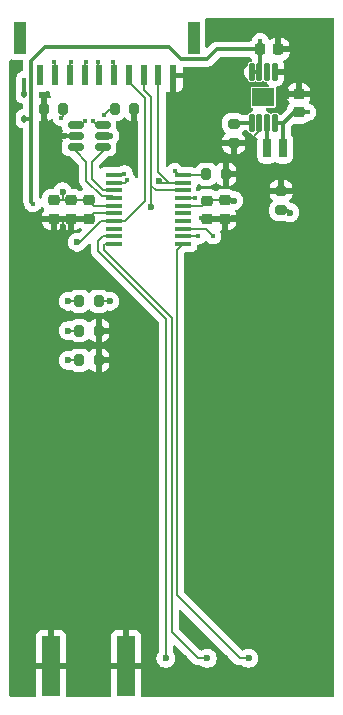
<source format=gbr>
%TF.GenerationSoftware,KiCad,Pcbnew,9.0.2*%
%TF.CreationDate,2025-06-18T22:14:32+09:00*%
%TF.ProjectId,LoRa_TM,4c6f5261-5f54-44d2-9e6b-696361645f70,rev?*%
%TF.SameCoordinates,Original*%
%TF.FileFunction,Copper,L4,Bot*%
%TF.FilePolarity,Positive*%
%FSLAX46Y46*%
G04 Gerber Fmt 4.6, Leading zero omitted, Abs format (unit mm)*
G04 Created by KiCad (PCBNEW 9.0.2) date 2025-06-18 22:14:32*
%MOMM*%
%LPD*%
G01*
G04 APERTURE LIST*
G04 Aperture macros list*
%AMRoundRect*
0 Rectangle with rounded corners*
0 $1 Rounding radius*
0 $2 $3 $4 $5 $6 $7 $8 $9 X,Y pos of 4 corners*
0 Add a 4 corners polygon primitive as box body*
4,1,4,$2,$3,$4,$5,$6,$7,$8,$9,$2,$3,0*
0 Add four circle primitives for the rounded corners*
1,1,$1+$1,$2,$3*
1,1,$1+$1,$4,$5*
1,1,$1+$1,$6,$7*
1,1,$1+$1,$8,$9*
0 Add four rect primitives between the rounded corners*
20,1,$1+$1,$2,$3,$4,$5,0*
20,1,$1+$1,$4,$5,$6,$7,0*
20,1,$1+$1,$6,$7,$8,$9,0*
20,1,$1+$1,$8,$9,$2,$3,0*%
G04 Aperture macros list end*
%TA.AperFunction,SMDPad,CuDef*%
%ADD10RoundRect,0.200000X-0.200000X-0.275000X0.200000X-0.275000X0.200000X0.275000X-0.200000X0.275000X0*%
%TD*%
%TA.AperFunction,SMDPad,CuDef*%
%ADD11RoundRect,0.097500X-0.227500X-0.702500X0.227500X-0.702500X0.227500X0.702500X-0.227500X0.702500X0*%
%TD*%
%TA.AperFunction,SMDPad,CuDef*%
%ADD12RoundRect,0.225000X0.250000X-0.225000X0.250000X0.225000X-0.250000X0.225000X-0.250000X-0.225000X0*%
%TD*%
%TA.AperFunction,SMDPad,CuDef*%
%ADD13RoundRect,0.225000X-0.250000X0.225000X-0.250000X-0.225000X0.250000X-0.225000X0.250000X0.225000X0*%
%TD*%
%TA.AperFunction,SMDPad,CuDef*%
%ADD14RoundRect,0.225000X-0.225000X-0.250000X0.225000X-0.250000X0.225000X0.250000X-0.225000X0.250000X0*%
%TD*%
%TA.AperFunction,SMDPad,CuDef*%
%ADD15RoundRect,0.112500X0.112500X-0.187500X0.112500X0.187500X-0.112500X0.187500X-0.112500X-0.187500X0*%
%TD*%
%TA.AperFunction,SMDPad,CuDef*%
%ADD16R,1.500000X5.080000*%
%TD*%
%TA.AperFunction,SMDPad,CuDef*%
%ADD17RoundRect,0.200000X0.200000X0.275000X-0.200000X0.275000X-0.200000X-0.275000X0.200000X-0.275000X0*%
%TD*%
%TA.AperFunction,SMDPad,CuDef*%
%ADD18RoundRect,0.150000X-0.512500X-0.150000X0.512500X-0.150000X0.512500X0.150000X-0.512500X0.150000X0*%
%TD*%
%TA.AperFunction,SMDPad,CuDef*%
%ADD19RoundRect,0.200000X-0.275000X0.200000X-0.275000X-0.200000X0.275000X-0.200000X0.275000X0.200000X0*%
%TD*%
%TA.AperFunction,SMDPad,CuDef*%
%ADD20RoundRect,0.200000X0.275000X-0.200000X0.275000X0.200000X-0.275000X0.200000X-0.275000X-0.200000X0*%
%TD*%
%TA.AperFunction,SMDPad,CuDef*%
%ADD21RoundRect,0.125000X0.125000X-0.600000X0.125000X0.600000X-0.125000X0.600000X-0.125000X-0.600000X0*%
%TD*%
%TA.AperFunction,HeatsinkPad*%
%ADD22R,1.890000X1.570000*%
%TD*%
%TA.AperFunction,SMDPad,CuDef*%
%ADD23R,1.473200X0.355600*%
%TD*%
%TA.AperFunction,SMDPad,CuDef*%
%ADD24R,1.000000X2.800000*%
%TD*%
%TA.AperFunction,SMDPad,CuDef*%
%ADD25R,0.600000X1.800000*%
%TD*%
%TA.AperFunction,ViaPad*%
%ADD26C,0.600000*%
%TD*%
%TA.AperFunction,ViaPad*%
%ADD27C,0.400000*%
%TD*%
%TA.AperFunction,ViaPad*%
%ADD28C,0.450000*%
%TD*%
%TA.AperFunction,Conductor*%
%ADD29C,0.200000*%
%TD*%
%TA.AperFunction,Conductor*%
%ADD30C,0.300000*%
%TD*%
G04 APERTURE END LIST*
D10*
%TO.P,R9,1*%
%TO.N,/LoRa_M1*%
X92233000Y-96726000D03*
%TO.P,R9,2*%
%TO.N,GND*%
X93883000Y-96726000D03*
%TD*%
D11*
%TO.P,L1,1*%
%TO.N,Net-(U2-SW)*%
X108133000Y-81286000D03*
%TO.P,L1,2*%
%TO.N,+3.3V*%
X109483000Y-81286000D03*
%TD*%
D12*
%TO.P,C6,2*%
%TO.N,GND*%
X110808000Y-76701000D03*
%TO.P,C6,1*%
%TO.N,+3.3V*%
X110808000Y-78251000D03*
%TD*%
D13*
%TO.P,C5,1*%
%TO.N,+3.3V*%
X104558000Y-85701000D03*
%TO.P,C5,2*%
%TO.N,GND*%
X104558000Y-87251000D03*
%TD*%
%TO.P,C2,1*%
%TO.N,+3.3V*%
X90058000Y-85701000D03*
%TO.P,C2,2*%
%TO.N,GND*%
X90058000Y-87251000D03*
%TD*%
D14*
%TO.P,C1,1*%
%TO.N,+5V*%
X107533000Y-72912000D03*
%TO.P,C1,2*%
%TO.N,GND*%
X109083000Y-72912000D03*
%TD*%
D15*
%TO.P,D1,1,K*%
%TO.N,+5V*%
X87558000Y-78776000D03*
%TO.P,D1,2,A*%
%TO.N,VBUS*%
X87558000Y-76676000D03*
%TD*%
D16*
%TO.P,J3,2,Ext*%
%TO.N,GND*%
X89821000Y-125117500D03*
X96196000Y-125117500D03*
%TD*%
D17*
%TO.P,R15,1*%
%TO.N,+3.3V*%
X93883000Y-94226000D03*
%TO.P,R15,2*%
%TO.N,/LoRa_RX*%
X92233000Y-94226000D03*
%TD*%
D10*
%TO.P,R1,2*%
%TO.N,GND*%
X96883000Y-77976000D03*
%TO.P,R1,1*%
%TO.N,Net-(J2-CC1)*%
X95233000Y-77976000D03*
%TD*%
D17*
%TO.P,R2,1*%
%TO.N,Net-(J2-CC2)*%
X90883000Y-77976000D03*
%TO.P,R2,2*%
%TO.N,GND*%
X89233000Y-77976000D03*
%TD*%
D13*
%TO.P,C7,1*%
%TO.N,+3.3V*%
X93058000Y-85701000D03*
%TO.P,C7,2*%
%TO.N,GND*%
X93058000Y-87251000D03*
%TD*%
%TO.P,C3,1*%
%TO.N,+3.3V*%
X103034000Y-85714000D03*
%TO.P,C3,2*%
%TO.N,GND*%
X103034000Y-87264000D03*
%TD*%
D17*
%TO.P,R3,1*%
%TO.N,GND*%
X104633000Y-83476000D03*
%TO.P,R3,2*%
%TO.N,/BOOT0*%
X102983000Y-83476000D03*
%TD*%
D13*
%TO.P,C4,1*%
%TO.N,+3.3V*%
X91558000Y-85701000D03*
%TO.P,C4,2*%
%TO.N,GND*%
X91558000Y-87251000D03*
%TD*%
D18*
%TO.P,U3,1,I/O1*%
%TO.N,/USB_D-*%
X91920500Y-81176000D03*
%TO.P,U3,2,GND*%
%TO.N,GND*%
X91920500Y-80226000D03*
%TO.P,U3,3,I/O2*%
%TO.N,/USB_CONN_D-*%
X91920500Y-79276000D03*
%TO.P,U3,4,I/O2*%
%TO.N,/USB_CONN_D+*%
X94195500Y-79276000D03*
%TO.P,U3,5,VBUS*%
%TO.N,VBUS*%
X94195500Y-80226000D03*
%TO.P,U3,6,I/O1*%
%TO.N,/USB_D+*%
X94195500Y-81176000D03*
%TD*%
D19*
%TO.P,R14,1*%
%TO.N,GND*%
X109308000Y-84901000D03*
%TO.P,R14,2*%
%TO.N,Net-(R14-Pad2)*%
X109308000Y-86551000D03*
%TD*%
D20*
%TO.P,R5,1*%
%TO.N,GND*%
X105308000Y-80849000D03*
%TO.P,R5,2*%
%TO.N,Net-(U2-VSET)*%
X105308000Y-79199000D03*
%TD*%
D10*
%TO.P,R10,1*%
%TO.N,/LoRa_M0*%
X92233000Y-99238000D03*
%TO.P,R10,2*%
%TO.N,GND*%
X93883000Y-99238000D03*
%TD*%
D21*
%TO.P,U2,1,VOS*%
%TO.N,+3.3V*%
X108783000Y-79126000D03*
%TO.P,U2,2,SW*%
%TO.N,Net-(U2-SW)*%
X108133000Y-79126000D03*
%TO.P,U2,3,MODE*%
%TO.N,GND*%
X107483000Y-79126000D03*
%TO.P,U2,4,VSET*%
%TO.N,Net-(U2-VSET)*%
X106833000Y-79126000D03*
%TO.P,U2,5,EN*%
%TO.N,+5V*%
X106833000Y-74826000D03*
%TO.P,U2,6,VIN*%
X107483000Y-74826000D03*
%TO.P,U2,7,NC*%
%TO.N,unconnected-(U2-NC-Pad7)*%
X108133000Y-74826000D03*
%TO.P,U2,8,GND*%
%TO.N,GND*%
X108783000Y-74826000D03*
D22*
%TO.P,U2,9*%
%TO.N,N/C*%
X107808000Y-76976000D03*
%TD*%
D23*
%TO.P,U1,1,PB8-BOOT0*%
%TO.N,/BOOT0*%
X100979000Y-83551000D03*
%TO.P,U1,2,PF0-OSC_IN*%
%TO.N,/LoRa_M0*%
X100979000Y-84201001D03*
%TO.P,U1,3,PF1-OSC_OUT*%
%TO.N,/LoRa_M1*%
X100979000Y-84850999D03*
%TO.P,U1,4,NRST*%
%TO.N,/NRST*%
X100979000Y-85501001D03*
%TO.P,U1,5,VDDA*%
%TO.N,+3.3V*%
X100979000Y-86150999D03*
%TO.P,U1,6,PA0*%
%TO.N,unconnected-(U1-PA0-Pad6)*%
X100979000Y-86800998D03*
%TO.P,U1,7,PA1*%
%TO.N,unconnected-(U1-PA1-Pad7)*%
X100979000Y-87450999D03*
%TO.P,U1,8,PA2*%
%TO.N,/LoRa_RX*%
X100979000Y-88100998D03*
%TO.P,U1,9,PA3*%
%TO.N,/LoRa_TX*%
X100979000Y-88750999D03*
%TO.P,U1,10,PA4*%
%TO.N,/LED_TX*%
X100979000Y-89400998D03*
%TO.P,U1,11,PA5*%
%TO.N,/LED_RX*%
X95137000Y-89401000D03*
%TO.P,U1,12,PA6*%
%TO.N,/LED_ON*%
X95137000Y-88751002D03*
%TO.P,U1,13,PA7*%
%TO.N,unconnected-(U1-PA7-Pad13)*%
X95137000Y-88101001D03*
%TO.P,U1,14,PB1*%
%TO.N,/LoRa_AUX*%
X95137000Y-87451002D03*
%TO.P,U1,15,VSS*%
%TO.N,GND*%
X95137000Y-86801001D03*
%TO.P,U1,16,VDD*%
%TO.N,+3.3V*%
X95137000Y-86151002D03*
%TO.P,U1,17,PA9/PA11*%
%TO.N,/USB_D-*%
X95137000Y-85501001D03*
%TO.P,U1,18,PA10/PA12*%
%TO.N,/USB_D+*%
X95137000Y-84851002D03*
%TO.P,U1,19,PA13*%
%TO.N,/SWDIO*%
X95137000Y-84201001D03*
%TO.P,U1,20,PA14*%
%TO.N,/SWCLK*%
X95137000Y-83551002D03*
%TD*%
D24*
%TO.P,J1,*%
%TO.N,*%
X87208000Y-71922000D03*
X101908000Y-71922000D03*
D25*
%TO.P,J1,1,Pin_1*%
%TO.N,unconnected-(J1-Pin_1-Pad1)*%
X88933000Y-75122000D03*
%TO.P,J1,2,Pin_2*%
%TO.N,+3.3V*%
X90183000Y-75122000D03*
%TO.P,J1,3,Pin_3*%
%TO.N,/SWDIO*%
X91433000Y-75122000D03*
%TO.P,J1,4,Pin_4*%
%TO.N,/SWCLK*%
X92683000Y-75122000D03*
%TO.P,J1,5,Pin_5*%
%TO.N,/NRST*%
X93933000Y-75122000D03*
%TO.P,J1,6,Pin_6*%
%TO.N,/BOOT0*%
X95183000Y-75122000D03*
%TO.P,J1,7,Pin_7*%
%TO.N,/LoRa_AUX*%
X96433000Y-75122000D03*
%TO.P,J1,8,Pin_8*%
%TO.N,/LoRa_M1*%
X97683000Y-75122000D03*
%TO.P,J1,9,Pin_9*%
%TO.N,/LoRa_M0*%
X98933000Y-75122000D03*
%TO.P,J1,10,Pin_10*%
%TO.N,GND*%
X100183000Y-75122000D03*
%TD*%
D26*
%TO.N,/LoRa_RX*%
X91308000Y-94226000D03*
D27*
X103558000Y-88726000D03*
%TO.N,/LoRa_TX*%
X102308000Y-88726000D03*
D28*
%TO.N,+3.3V*%
X111558000Y-78226000D03*
D26*
%TO.N,GND*%
X89308000Y-78976000D03*
X108058000Y-124476000D03*
X104558000Y-124476000D03*
X101058000Y-124476000D03*
%TO.N,/LED_TX*%
X106558000Y-124476000D03*
%TO.N,/LED_RX*%
X103058000Y-124476000D03*
%TO.N,/LED_ON*%
X99558000Y-124476000D03*
%TO.N,/LoRa_M1*%
X98308000Y-86226000D03*
%TO.N,/LoRa_M0*%
X98958000Y-84076000D03*
D28*
%TO.N,/USB_CONN_D-*%
X92708000Y-78989590D03*
%TO.N,/USB_CONN_D+*%
X93408000Y-78989590D03*
%TO.N,GND*%
X102308000Y-84726000D03*
X102558000Y-87226000D03*
%TO.N,+5V*%
X107558000Y-72226000D03*
D27*
%TO.N,GND*%
X96908000Y-78576000D03*
%TO.N,/BOOT0*%
X100308000Y-83226000D03*
X95058000Y-73976000D03*
%TO.N,/NRST*%
X93808000Y-73976000D03*
X102058000Y-85476000D03*
%TO.N,/SWCLK*%
X92808000Y-73976000D03*
%TO.N,/SWDIO*%
X91558000Y-73976000D03*
%TO.N,/SWCLK*%
X96039671Y-83439341D03*
%TO.N,/SWDIO*%
X96308000Y-83976000D03*
D28*
%TO.N,GND*%
X105808000Y-77576000D03*
X105808000Y-76576000D03*
X105808000Y-77076000D03*
X109808000Y-76476000D03*
X109808000Y-76976000D03*
X109808000Y-77476000D03*
D26*
%TO.N,Net-(R14-Pad2)*%
X110058000Y-86726000D03*
%TO.N,GND*%
X94808000Y-96726000D03*
%TO.N,+3.3V*%
X94808000Y-94226000D03*
%TO.N,/LoRa_AUX*%
X92058000Y-89226000D03*
%TO.N,/LoRa_M1*%
X91308000Y-96726000D03*
%TO.N,/LoRa_M0*%
X91308000Y-99226000D03*
D28*
%TO.N,+5V*%
X88308000Y-85976000D03*
%TO.N,VBUS*%
X87558000Y-75476000D03*
D27*
%TO.N,Net-(J2-CC1)*%
X94308000Y-78476000D03*
%TO.N,Net-(J2-CC2)*%
X90716428Y-78731000D03*
D26*
%TO.N,VBUS*%
X94808000Y-80226000D03*
D28*
%TO.N,+3.3V*%
X90058000Y-73976000D03*
D26*
%TO.N,GND*%
X105308000Y-87226000D03*
%TO.N,+3.3V*%
X105308000Y-85726000D03*
%TO.N,GND*%
X90808000Y-87976000D03*
%TO.N,+3.3V*%
X90808000Y-84976000D03*
%TD*%
D29*
%TO.N,/LoRa_RX*%
X92233000Y-94226000D02*
X91308000Y-94226000D01*
X102932998Y-88100998D02*
X103558000Y-88726000D01*
X100979000Y-88100998D02*
X102932998Y-88100998D01*
%TO.N,/LoRa_TX*%
X102308000Y-88726000D02*
X101003999Y-88726000D01*
X101003999Y-88726000D02*
X100979000Y-88750999D01*
D30*
%TO.N,+3.3V*%
X110808000Y-78251000D02*
X111533000Y-78251000D01*
X111533000Y-78251000D02*
X111558000Y-78226000D01*
X110433000Y-78251000D02*
X110808000Y-78251000D01*
X109483000Y-79201000D02*
X110433000Y-78251000D01*
X109483000Y-79201000D02*
X109558000Y-79126000D01*
X109483000Y-81286000D02*
X109483000Y-79201000D01*
X108783000Y-79126000D02*
X109558000Y-79126000D01*
D29*
%TO.N,GND*%
X89233000Y-78901000D02*
X89308000Y-78976000D01*
X89233000Y-77976000D02*
X89233000Y-78901000D01*
X105308000Y-80849000D02*
X106484999Y-80849000D01*
X106484999Y-80849000D02*
X107483000Y-79850999D01*
X107483000Y-79850999D02*
X107483000Y-79126000D01*
%TO.N,/LED_TX*%
X100459000Y-119127000D02*
X100459000Y-89920998D01*
X100459000Y-89920998D02*
X100979000Y-89400998D01*
X105808000Y-124476000D02*
X100459000Y-119127000D01*
X106558000Y-124476000D02*
X105808000Y-124476000D01*
%TO.N,/LED_RX*%
X102308000Y-124476000D02*
X103058000Y-124476000D01*
X100058000Y-122226000D02*
X102308000Y-124476000D01*
X100058000Y-95658900D02*
X100058000Y-122226000D01*
X94308000Y-89908900D02*
X100058000Y-95658900D01*
X94308000Y-89476000D02*
X94308000Y-89908900D01*
X94383000Y-89401000D02*
X94308000Y-89476000D01*
X95137000Y-89401000D02*
X94383000Y-89401000D01*
%TO.N,/LED_ON*%
X93808000Y-89143402D02*
X93808000Y-89976000D01*
X94200400Y-88751002D02*
X93808000Y-89143402D01*
X95137000Y-88751002D02*
X94200400Y-88751002D01*
X99558000Y-95726000D02*
X93808000Y-89976000D01*
X99558000Y-124476000D02*
X99558000Y-95726000D01*
%TO.N,/LoRa_M1*%
X98308000Y-84476000D02*
X98308000Y-86226000D01*
%TO.N,/LoRa_M0*%
X99083001Y-84201001D02*
X99808000Y-84201001D01*
X98958000Y-84076000D02*
X99083001Y-84201001D01*
%TO.N,/LoRa_M1*%
X98308000Y-76976000D02*
X97683000Y-76351000D01*
X98308000Y-84476000D02*
X98308000Y-76976000D01*
X98682999Y-84850999D02*
X98308000Y-84476000D01*
X97683000Y-76351000D02*
X97683000Y-75122000D01*
X100979000Y-84850999D02*
X98682999Y-84850999D01*
%TO.N,/USB_CONN_D+*%
X93694410Y-79276000D02*
X93408000Y-78989590D01*
X94195500Y-79276000D02*
X93694410Y-79276000D01*
%TO.N,/USB_CONN_D-*%
X92421590Y-79276000D02*
X92708000Y-78989590D01*
X91920500Y-79276000D02*
X92421590Y-79276000D01*
%TO.N,GND*%
X102596000Y-87264000D02*
X102558000Y-87226000D01*
X103034000Y-87264000D02*
X102596000Y-87264000D01*
D30*
%TO.N,+5V*%
X107558000Y-72887000D02*
X107533000Y-72912000D01*
X107558000Y-72226000D02*
X107558000Y-72887000D01*
D29*
%TO.N,GND*%
X96883000Y-78551000D02*
X96908000Y-78576000D01*
X96883000Y-77976000D02*
X96883000Y-78551000D01*
%TO.N,/LoRa_AUX*%
X96433000Y-75668100D02*
X96433000Y-75122000D01*
X97808000Y-77043100D02*
X96433000Y-75668100D01*
X97808000Y-85726000D02*
X97808000Y-77043100D01*
X96082998Y-87451002D02*
X97808000Y-85726000D01*
X95137000Y-87451002D02*
X96082998Y-87451002D01*
%TO.N,/LoRa_M0*%
X98933000Y-83326001D02*
X99808000Y-84201001D01*
X99808000Y-84201001D02*
X100979000Y-84201001D01*
X98933000Y-75122000D02*
X98933000Y-83326001D01*
%TO.N,/BOOT0*%
X100633000Y-83551000D02*
X100308000Y-83226000D01*
X100979000Y-83551000D02*
X100633000Y-83551000D01*
X95183000Y-74101000D02*
X95058000Y-73976000D01*
X95183000Y-75122000D02*
X95183000Y-74101000D01*
%TO.N,/NRST*%
X93808000Y-74997000D02*
X93933000Y-75122000D01*
X93808000Y-73976000D02*
X93808000Y-74997000D01*
X102032999Y-85501001D02*
X102058000Y-85476000D01*
X100979000Y-85501001D02*
X102032999Y-85501001D01*
%TO.N,/SWCLK*%
X92683000Y-74101000D02*
X92808000Y-73976000D01*
X92683000Y-75122000D02*
X92683000Y-74101000D01*
%TO.N,/SWDIO*%
X91433000Y-74101000D02*
X91558000Y-73976000D01*
X91433000Y-75122000D02*
X91433000Y-74101000D01*
%TO.N,/SWCLK*%
X96058000Y-83439342D02*
X96057999Y-83439341D01*
X96058000Y-83476000D02*
X96058000Y-83439342D01*
X96057999Y-83439341D02*
X96039671Y-83439341D01*
X95982998Y-83551002D02*
X96058000Y-83476000D01*
X95137000Y-83551002D02*
X95982998Y-83551002D01*
%TO.N,/SWDIO*%
X96082999Y-84201001D02*
X96308000Y-83976000D01*
X95137000Y-84201001D02*
X96082999Y-84201001D01*
%TO.N,/BOOT0*%
X102908000Y-83551000D02*
X102983000Y-83476000D01*
X100979000Y-83551000D02*
X102908000Y-83551000D01*
%TO.N,Net-(R14-Pad2)*%
X109883000Y-86551000D02*
X110058000Y-86726000D01*
X109308000Y-86551000D02*
X109883000Y-86551000D01*
%TO.N,GND*%
X93883000Y-96726000D02*
X94808000Y-96726000D01*
%TO.N,+3.3V*%
X93883000Y-94226000D02*
X94808000Y-94226000D01*
%TO.N,/LoRa_AUX*%
X92308000Y-89226000D02*
X92058000Y-89226000D01*
X94082998Y-87451002D02*
X94058000Y-87476000D01*
X94058000Y-87476000D02*
X92308000Y-89226000D01*
X95137000Y-87451002D02*
X94082998Y-87451002D01*
%TO.N,/LoRa_M1*%
X92233000Y-96726000D02*
X91308000Y-96726000D01*
%TO.N,/LoRa_M0*%
X91320000Y-99238000D02*
X91308000Y-99226000D01*
X92121000Y-99238000D02*
X91320000Y-99238000D01*
D30*
%TO.N,Net-(U2-VSET)*%
X105381000Y-79126000D02*
X105308000Y-79199000D01*
X106833000Y-79126000D02*
X105381000Y-79126000D01*
%TO.N,Net-(U2-SW)*%
X108133000Y-79126000D02*
X108133000Y-81286000D01*
%TO.N,+5V*%
X99808000Y-72726000D02*
X89308000Y-72726000D01*
X100808000Y-73726000D02*
X99808000Y-72726000D01*
X103058000Y-73726000D02*
X100808000Y-73726000D01*
X88134000Y-73900000D02*
X88134000Y-85802000D01*
X103872000Y-72912000D02*
X103058000Y-73726000D01*
X89308000Y-72726000D02*
X88134000Y-73900000D01*
X107533000Y-72912000D02*
X103872000Y-72912000D01*
X88134000Y-85802000D02*
X88308000Y-85976000D01*
X87558000Y-78776000D02*
X88033000Y-78776000D01*
%TO.N,VBUS*%
X87558000Y-75476000D02*
X87558000Y-76676000D01*
D29*
%TO.N,Net-(J2-CC1)*%
X94808000Y-77976000D02*
X94308000Y-78476000D01*
X95233000Y-77976000D02*
X94808000Y-77976000D01*
D30*
%TO.N,VBUS*%
X94808000Y-80226000D02*
X94195500Y-80226000D01*
D29*
%TO.N,+3.3V*%
X90058000Y-85701000D02*
X90808000Y-85701000D01*
%TO.N,GND*%
X90808000Y-87976000D02*
X90808000Y-87251000D01*
X90058000Y-87251000D02*
X90808000Y-87251000D01*
%TO.N,+3.3V*%
X90183000Y-74101000D02*
X90058000Y-73976000D01*
X90183000Y-75122000D02*
X90183000Y-74101000D01*
%TO.N,GND*%
X105283000Y-87251000D02*
X105308000Y-87226000D01*
X104558000Y-87251000D02*
X105283000Y-87251000D01*
%TO.N,+3.3V*%
X105283000Y-85701000D02*
X105308000Y-85726000D01*
X104558000Y-85701000D02*
X105283000Y-85701000D01*
X93508002Y-86151002D02*
X93058000Y-85701000D01*
X95137000Y-86151002D02*
X93508002Y-86151002D01*
%TO.N,GND*%
X93507999Y-86801001D02*
X93058000Y-87251000D01*
X95137000Y-86801001D02*
X93507999Y-86801001D01*
X90808000Y-87251000D02*
X93058000Y-87251000D01*
D30*
%TO.N,+5V*%
X107483000Y-74826000D02*
X106833000Y-74826000D01*
X107533000Y-72912000D02*
X107533000Y-74776000D01*
X107533000Y-74776000D02*
X107483000Y-74826000D01*
X107297000Y-72676000D02*
X107533000Y-72912000D01*
D29*
%TO.N,GND*%
X103034000Y-87264000D02*
X104545000Y-87264000D01*
X104545000Y-87264000D02*
X104558000Y-87251000D01*
%TO.N,+3.3V*%
X104558000Y-85701000D02*
X103047000Y-85701000D01*
X103047000Y-85701000D02*
X103034000Y-85714000D01*
X103034000Y-85714000D02*
X102597001Y-86150999D01*
X102597001Y-86150999D02*
X100979000Y-86150999D01*
%TO.N,/USB_D+*%
X93283000Y-82451000D02*
X93283000Y-83863401D01*
X94195500Y-81176000D02*
X94195500Y-81538500D01*
X94195500Y-81538500D02*
X93283000Y-82451000D01*
X94270601Y-84851002D02*
X95137000Y-84851002D01*
X93283000Y-83863401D02*
X94270601Y-84851002D01*
X95137000Y-84851002D02*
X95695800Y-84851002D01*
%TO.N,/USB_D-*%
X91920500Y-81538500D02*
X92833000Y-82451000D01*
X92833000Y-84049769D02*
X94113033Y-85329802D01*
X94965801Y-85329802D02*
X95137000Y-85501001D01*
X95137000Y-85501001D02*
X95695800Y-85501001D01*
X92833000Y-82451000D02*
X92833000Y-84049769D01*
X91920500Y-81176000D02*
X91920500Y-81538500D01*
X94113033Y-85329802D02*
X94965801Y-85329802D01*
%TO.N,+3.3V*%
X90808000Y-85701000D02*
X93058000Y-85701000D01*
X90808000Y-84976000D02*
X90808000Y-85701000D01*
%TO.N,Net-(J2-CC2)*%
X90883000Y-77976000D02*
X90883000Y-78564428D01*
X90883000Y-78564428D02*
X90716428Y-78731000D01*
%TD*%
%TA.AperFunction,Conductor*%
%TO.N,GND*%
G36*
X113751039Y-70245685D02*
G01*
X113796794Y-70298489D01*
X113808000Y-70350000D01*
X113808000Y-127602000D01*
X113788315Y-127669039D01*
X113735511Y-127714794D01*
X113684000Y-127726000D01*
X97570000Y-127726000D01*
X97502961Y-127706315D01*
X97457206Y-127653511D01*
X97446000Y-127602000D01*
X97446000Y-125367500D01*
X94946000Y-125367500D01*
X94946000Y-127602000D01*
X94926315Y-127669039D01*
X94873511Y-127714794D01*
X94822000Y-127726000D01*
X91195000Y-127726000D01*
X91127961Y-127706315D01*
X91082206Y-127653511D01*
X91071000Y-127602000D01*
X91071000Y-125367500D01*
X88571000Y-125367500D01*
X88571000Y-127602000D01*
X88551315Y-127669039D01*
X88498511Y-127714794D01*
X88447000Y-127726000D01*
X86432000Y-127726000D01*
X86364961Y-127706315D01*
X86319206Y-127653511D01*
X86308000Y-127602000D01*
X86308000Y-122529655D01*
X88571000Y-122529655D01*
X88571000Y-124867500D01*
X89571000Y-124867500D01*
X90071000Y-124867500D01*
X91071000Y-124867500D01*
X91071000Y-122529672D01*
X91070999Y-122529655D01*
X94946000Y-122529655D01*
X94946000Y-124867500D01*
X95946000Y-124867500D01*
X96446000Y-124867500D01*
X97446000Y-124867500D01*
X97446000Y-122529672D01*
X97445999Y-122529655D01*
X97439598Y-122470127D01*
X97439596Y-122470120D01*
X97389354Y-122335413D01*
X97389350Y-122335406D01*
X97303190Y-122220312D01*
X97303187Y-122220309D01*
X97188093Y-122134149D01*
X97188086Y-122134145D01*
X97053379Y-122083903D01*
X97053372Y-122083901D01*
X96993844Y-122077500D01*
X96446000Y-122077500D01*
X96446000Y-124867500D01*
X95946000Y-124867500D01*
X95946000Y-122077500D01*
X95398155Y-122077500D01*
X95338627Y-122083901D01*
X95338620Y-122083903D01*
X95203913Y-122134145D01*
X95203906Y-122134149D01*
X95088812Y-122220309D01*
X95088809Y-122220312D01*
X95002649Y-122335406D01*
X95002645Y-122335413D01*
X94952403Y-122470120D01*
X94952401Y-122470127D01*
X94946000Y-122529655D01*
X91070999Y-122529655D01*
X91064598Y-122470127D01*
X91064596Y-122470120D01*
X91014354Y-122335413D01*
X91014350Y-122335406D01*
X90928190Y-122220312D01*
X90928187Y-122220309D01*
X90813093Y-122134149D01*
X90813086Y-122134145D01*
X90678379Y-122083903D01*
X90678372Y-122083901D01*
X90618844Y-122077500D01*
X90071000Y-122077500D01*
X90071000Y-124867500D01*
X89571000Y-124867500D01*
X89571000Y-122077500D01*
X89023155Y-122077500D01*
X88963627Y-122083901D01*
X88963620Y-122083903D01*
X88828913Y-122134145D01*
X88828906Y-122134149D01*
X88713812Y-122220309D01*
X88713809Y-122220312D01*
X88627649Y-122335406D01*
X88627645Y-122335413D01*
X88577403Y-122470120D01*
X88577401Y-122470127D01*
X88571000Y-122529655D01*
X86308000Y-122529655D01*
X86308000Y-99147153D01*
X90507500Y-99147153D01*
X90507500Y-99304846D01*
X90538261Y-99459489D01*
X90538264Y-99459501D01*
X90598602Y-99605172D01*
X90598609Y-99605185D01*
X90686210Y-99736288D01*
X90686213Y-99736292D01*
X90797707Y-99847786D01*
X90797711Y-99847789D01*
X90928814Y-99935390D01*
X90928827Y-99935397D01*
X91074498Y-99995735D01*
X91074503Y-99995737D01*
X91229153Y-100026499D01*
X91229156Y-100026500D01*
X91229158Y-100026500D01*
X91386843Y-100026500D01*
X91411702Y-100021554D01*
X91462796Y-100011391D01*
X91532387Y-100017618D01*
X91574669Y-100045327D01*
X91597811Y-100068469D01*
X91597813Y-100068470D01*
X91597815Y-100068472D01*
X91743394Y-100156478D01*
X91905804Y-100207086D01*
X91976384Y-100213500D01*
X91976387Y-100213500D01*
X92489613Y-100213500D01*
X92489616Y-100213500D01*
X92560196Y-100207086D01*
X92722606Y-100156478D01*
X92868185Y-100068472D01*
X92970673Y-99965983D01*
X93031994Y-99932499D01*
X93101685Y-99937483D01*
X93146034Y-99965984D01*
X93248122Y-100068072D01*
X93393604Y-100156019D01*
X93393603Y-100156019D01*
X93555894Y-100206590D01*
X93555893Y-100206590D01*
X93626408Y-100212998D01*
X93626426Y-100212999D01*
X94133000Y-100212999D01*
X94139581Y-100212999D01*
X94210102Y-100206591D01*
X94210107Y-100206590D01*
X94372396Y-100156018D01*
X94517877Y-100068072D01*
X94638072Y-99947877D01*
X94726019Y-99802395D01*
X94776590Y-99640106D01*
X94783000Y-99569572D01*
X94783000Y-99488000D01*
X94133000Y-99488000D01*
X94133000Y-100212999D01*
X93626426Y-100212999D01*
X93632999Y-100212998D01*
X93633000Y-100212998D01*
X93633000Y-98988000D01*
X94133000Y-98988000D01*
X94782999Y-98988000D01*
X94782999Y-98906417D01*
X94776591Y-98835897D01*
X94776590Y-98835892D01*
X94726018Y-98673603D01*
X94638072Y-98528122D01*
X94517877Y-98407927D01*
X94372395Y-98319980D01*
X94372396Y-98319980D01*
X94210105Y-98269409D01*
X94210106Y-98269409D01*
X94139572Y-98263000D01*
X94133000Y-98263000D01*
X94133000Y-98988000D01*
X93633000Y-98988000D01*
X93633000Y-98263000D01*
X93632999Y-98262999D01*
X93626436Y-98263000D01*
X93626417Y-98263001D01*
X93555897Y-98269408D01*
X93555892Y-98269409D01*
X93393603Y-98319981D01*
X93248122Y-98407927D01*
X93248121Y-98407928D01*
X93146035Y-98510015D01*
X93084712Y-98543500D01*
X93015020Y-98538516D01*
X92970673Y-98510015D01*
X92868188Y-98407530D01*
X92722606Y-98319522D01*
X92560196Y-98268914D01*
X92560194Y-98268913D01*
X92560192Y-98268913D01*
X92510778Y-98264423D01*
X92489616Y-98262500D01*
X91976384Y-98262500D01*
X91957145Y-98264248D01*
X91905807Y-98268913D01*
X91743393Y-98319522D01*
X91597814Y-98407527D01*
X91597809Y-98407531D01*
X91594683Y-98410658D01*
X91533358Y-98444140D01*
X91482817Y-98444590D01*
X91386842Y-98425500D01*
X91229158Y-98425500D01*
X91229155Y-98425500D01*
X91074510Y-98456261D01*
X91074498Y-98456264D01*
X90928827Y-98516602D01*
X90928814Y-98516609D01*
X90797711Y-98604210D01*
X90797707Y-98604213D01*
X90686213Y-98715707D01*
X90686210Y-98715711D01*
X90598609Y-98846814D01*
X90598602Y-98846827D01*
X90538264Y-98992498D01*
X90538261Y-98992510D01*
X90507500Y-99147153D01*
X86308000Y-99147153D01*
X86308000Y-96647153D01*
X90507500Y-96647153D01*
X90507500Y-96804846D01*
X90538261Y-96959489D01*
X90538264Y-96959501D01*
X90598602Y-97105172D01*
X90598609Y-97105185D01*
X90686210Y-97236288D01*
X90686213Y-97236292D01*
X90797707Y-97347786D01*
X90797711Y-97347789D01*
X90928814Y-97435390D01*
X90928827Y-97435397D01*
X91074498Y-97495735D01*
X91074503Y-97495737D01*
X91229153Y-97526499D01*
X91229156Y-97526500D01*
X91229158Y-97526500D01*
X91386843Y-97526500D01*
X91414839Y-97520930D01*
X91472805Y-97509400D01*
X91542396Y-97515627D01*
X91584678Y-97543336D01*
X91597811Y-97556469D01*
X91597813Y-97556470D01*
X91597815Y-97556472D01*
X91743394Y-97644478D01*
X91905804Y-97695086D01*
X91976384Y-97701500D01*
X91976387Y-97701500D01*
X92489613Y-97701500D01*
X92489616Y-97701500D01*
X92560196Y-97695086D01*
X92722606Y-97644478D01*
X92868185Y-97556472D01*
X92970673Y-97453983D01*
X93031994Y-97420499D01*
X93101685Y-97425483D01*
X93146034Y-97453984D01*
X93248122Y-97556072D01*
X93393604Y-97644019D01*
X93393603Y-97644019D01*
X93555894Y-97694590D01*
X93555893Y-97694590D01*
X93626408Y-97700998D01*
X93626426Y-97700999D01*
X94133000Y-97700999D01*
X94139581Y-97700999D01*
X94210102Y-97694591D01*
X94210107Y-97694590D01*
X94372396Y-97644018D01*
X94517877Y-97556072D01*
X94638072Y-97435877D01*
X94726019Y-97290395D01*
X94776590Y-97128106D01*
X94783000Y-97057572D01*
X94783000Y-96976000D01*
X94133000Y-96976000D01*
X94133000Y-97700999D01*
X93626426Y-97700999D01*
X93632999Y-97700998D01*
X93633000Y-97700998D01*
X93633000Y-96476000D01*
X94133000Y-96476000D01*
X94782999Y-96476000D01*
X94782999Y-96394417D01*
X94776591Y-96323897D01*
X94776590Y-96323892D01*
X94726018Y-96161603D01*
X94638072Y-96016122D01*
X94517877Y-95895927D01*
X94372395Y-95807980D01*
X94372396Y-95807980D01*
X94210105Y-95757409D01*
X94210106Y-95757409D01*
X94139572Y-95751000D01*
X94133000Y-95751000D01*
X94133000Y-96476000D01*
X93633000Y-96476000D01*
X93633000Y-95751000D01*
X93632999Y-95750999D01*
X93626436Y-95751000D01*
X93626417Y-95751001D01*
X93555897Y-95757408D01*
X93555892Y-95757409D01*
X93393603Y-95807981D01*
X93248122Y-95895927D01*
X93248121Y-95895928D01*
X93146035Y-95998015D01*
X93084712Y-96031500D01*
X93015020Y-96026516D01*
X92970673Y-95998015D01*
X92868188Y-95895530D01*
X92722606Y-95807522D01*
X92560196Y-95756914D01*
X92560194Y-95756913D01*
X92560192Y-95756913D01*
X92510778Y-95752423D01*
X92489616Y-95750500D01*
X91976384Y-95750500D01*
X91957145Y-95752248D01*
X91905807Y-95756913D01*
X91743393Y-95807522D01*
X91597817Y-95895525D01*
X91584677Y-95908666D01*
X91523353Y-95942149D01*
X91472807Y-95942599D01*
X91386845Y-95925500D01*
X91386842Y-95925500D01*
X91229158Y-95925500D01*
X91229155Y-95925500D01*
X91074510Y-95956261D01*
X91074498Y-95956264D01*
X90928827Y-96016602D01*
X90928814Y-96016609D01*
X90797711Y-96104210D01*
X90797707Y-96104213D01*
X90686213Y-96215707D01*
X90686210Y-96215711D01*
X90598609Y-96346814D01*
X90598602Y-96346827D01*
X90538264Y-96492498D01*
X90538261Y-96492510D01*
X90507500Y-96647153D01*
X86308000Y-96647153D01*
X86308000Y-94147153D01*
X90507500Y-94147153D01*
X90507500Y-94304846D01*
X90538261Y-94459489D01*
X90538264Y-94459501D01*
X90598602Y-94605172D01*
X90598609Y-94605185D01*
X90686210Y-94736288D01*
X90686213Y-94736292D01*
X90797707Y-94847786D01*
X90797711Y-94847789D01*
X90928814Y-94935390D01*
X90928827Y-94935397D01*
X91074498Y-94995735D01*
X91074503Y-94995737D01*
X91229153Y-95026499D01*
X91229156Y-95026500D01*
X91229158Y-95026500D01*
X91386843Y-95026500D01*
X91414839Y-95020930D01*
X91472805Y-95009400D01*
X91542396Y-95015627D01*
X91584678Y-95043336D01*
X91597811Y-95056469D01*
X91597813Y-95056470D01*
X91597815Y-95056472D01*
X91743394Y-95144478D01*
X91905804Y-95195086D01*
X91976384Y-95201500D01*
X91976387Y-95201500D01*
X92489613Y-95201500D01*
X92489616Y-95201500D01*
X92560196Y-95195086D01*
X92722606Y-95144478D01*
X92868185Y-95056472D01*
X92915257Y-95009400D01*
X92970319Y-94954339D01*
X93031642Y-94920854D01*
X93101334Y-94925838D01*
X93145681Y-94954339D01*
X93247811Y-95056469D01*
X93247813Y-95056470D01*
X93247815Y-95056472D01*
X93393394Y-95144478D01*
X93555804Y-95195086D01*
X93626384Y-95201500D01*
X93626387Y-95201500D01*
X94139613Y-95201500D01*
X94139616Y-95201500D01*
X94210196Y-95195086D01*
X94372606Y-95144478D01*
X94518185Y-95056472D01*
X94531320Y-95043335D01*
X94592640Y-95009852D01*
X94643193Y-95009400D01*
X94729156Y-95026500D01*
X94729158Y-95026500D01*
X94886844Y-95026500D01*
X94886845Y-95026499D01*
X95041497Y-94995737D01*
X95154166Y-94949067D01*
X95187172Y-94935397D01*
X95187172Y-94935396D01*
X95187179Y-94935394D01*
X95318289Y-94847789D01*
X95429789Y-94736289D01*
X95517394Y-94605179D01*
X95577737Y-94459497D01*
X95608500Y-94304842D01*
X95608500Y-94147158D01*
X95608500Y-94147155D01*
X95608499Y-94147153D01*
X95577738Y-93992510D01*
X95577737Y-93992503D01*
X95577735Y-93992498D01*
X95517397Y-93846827D01*
X95517390Y-93846814D01*
X95429789Y-93715711D01*
X95429786Y-93715707D01*
X95318292Y-93604213D01*
X95318288Y-93604210D01*
X95187185Y-93516609D01*
X95187172Y-93516602D01*
X95041501Y-93456264D01*
X95041489Y-93456261D01*
X94886845Y-93425500D01*
X94886842Y-93425500D01*
X94729158Y-93425500D01*
X94729153Y-93425500D01*
X94643192Y-93442599D01*
X94573601Y-93436372D01*
X94531319Y-93408662D01*
X94518185Y-93395528D01*
X94372606Y-93307522D01*
X94210196Y-93256914D01*
X94210194Y-93256913D01*
X94210192Y-93256913D01*
X94160778Y-93252423D01*
X94139616Y-93250500D01*
X93626384Y-93250500D01*
X93607145Y-93252248D01*
X93555807Y-93256913D01*
X93393393Y-93307522D01*
X93247811Y-93395530D01*
X93247810Y-93395531D01*
X93145681Y-93497661D01*
X93084358Y-93531146D01*
X93014666Y-93526162D01*
X92970319Y-93497661D01*
X92868188Y-93395530D01*
X92722606Y-93307522D01*
X92560196Y-93256914D01*
X92560194Y-93256913D01*
X92560192Y-93256913D01*
X92510778Y-93252423D01*
X92489616Y-93250500D01*
X91976384Y-93250500D01*
X91957145Y-93252248D01*
X91905807Y-93256913D01*
X91743393Y-93307522D01*
X91597817Y-93395525D01*
X91584677Y-93408666D01*
X91523353Y-93442149D01*
X91472807Y-93442599D01*
X91386845Y-93425500D01*
X91386842Y-93425500D01*
X91229158Y-93425500D01*
X91229155Y-93425500D01*
X91074510Y-93456261D01*
X91074498Y-93456264D01*
X90928827Y-93516602D01*
X90928814Y-93516609D01*
X90797711Y-93604210D01*
X90797707Y-93604213D01*
X90686213Y-93715707D01*
X90686210Y-93715711D01*
X90598609Y-93846814D01*
X90598602Y-93846827D01*
X90538264Y-93992498D01*
X90538261Y-93992510D01*
X90507500Y-94147153D01*
X86308000Y-94147153D01*
X86308000Y-87524322D01*
X89083001Y-87524322D01*
X89093144Y-87623607D01*
X89146452Y-87784481D01*
X89146457Y-87784492D01*
X89235424Y-87928728D01*
X89235427Y-87928732D01*
X89355267Y-88048572D01*
X89355271Y-88048575D01*
X89499507Y-88137542D01*
X89499518Y-88137547D01*
X89660393Y-88190855D01*
X89759683Y-88200999D01*
X90308000Y-88200999D01*
X90356308Y-88200999D01*
X90356322Y-88200998D01*
X90455607Y-88190855D01*
X90616481Y-88137547D01*
X90616488Y-88137544D01*
X90742902Y-88059570D01*
X90810295Y-88041129D01*
X90873098Y-88059570D01*
X90999511Y-88137544D01*
X90999518Y-88137547D01*
X91160393Y-88190855D01*
X91259683Y-88200999D01*
X91307999Y-88200998D01*
X91308000Y-88200998D01*
X91308000Y-87501000D01*
X90308000Y-87501000D01*
X90308000Y-88200999D01*
X89759683Y-88200999D01*
X89807999Y-88200998D01*
X89808000Y-88200998D01*
X89808000Y-87501000D01*
X89083001Y-87501000D01*
X89083001Y-87524322D01*
X86308000Y-87524322D01*
X86308000Y-73885582D01*
X86327685Y-73818543D01*
X86380489Y-73772788D01*
X86449647Y-73762844D01*
X86475327Y-73769398D01*
X86600517Y-73816091D01*
X86660127Y-73822500D01*
X87359500Y-73822499D01*
X87426539Y-73842183D01*
X87472294Y-73894987D01*
X87483500Y-73946499D01*
X87483500Y-74649341D01*
X87463815Y-74716380D01*
X87411011Y-74762135D01*
X87383693Y-74770958D01*
X87346383Y-74778379D01*
X87346381Y-74778380D01*
X87214349Y-74833069D01*
X87214340Y-74833074D01*
X87095521Y-74912467D01*
X87095517Y-74912470D01*
X86994470Y-75013517D01*
X86994467Y-75013521D01*
X86915074Y-75132340D01*
X86915069Y-75132349D01*
X86860381Y-75264379D01*
X86860379Y-75264385D01*
X86832500Y-75404542D01*
X86832500Y-75404545D01*
X86832500Y-75547455D01*
X86832500Y-75547457D01*
X86832499Y-75547457D01*
X86860379Y-75687614D01*
X86860381Y-75687620D01*
X86898061Y-75778587D01*
X86907500Y-75826040D01*
X86907500Y-76160060D01*
X86890232Y-76223181D01*
X86878447Y-76243108D01*
X86878446Y-76243111D01*
X86878445Y-76243113D01*
X86853669Y-76328393D01*
X86835234Y-76391847D01*
X86835234Y-76391849D01*
X86832500Y-76426589D01*
X86832500Y-76925393D01*
X86832501Y-76925415D01*
X86835234Y-76960152D01*
X86835234Y-76960155D01*
X86835235Y-76960156D01*
X86878445Y-77108887D01*
X86900116Y-77145530D01*
X86957282Y-77242194D01*
X86957289Y-77242203D01*
X87066796Y-77351710D01*
X87066800Y-77351713D01*
X87066802Y-77351715D01*
X87200113Y-77430555D01*
X87348844Y-77473765D01*
X87369227Y-77475369D01*
X87434516Y-77500252D01*
X87475988Y-77556482D01*
X87483500Y-77598987D01*
X87483500Y-77853013D01*
X87463815Y-77920052D01*
X87411011Y-77965807D01*
X87369228Y-77976631D01*
X87348847Y-77978234D01*
X87348844Y-77978235D01*
X87200113Y-78021445D01*
X87200111Y-78021445D01*
X87200111Y-78021446D01*
X87066805Y-78100282D01*
X87066796Y-78100289D01*
X86957289Y-78209796D01*
X86957282Y-78209805D01*
X86895909Y-78313583D01*
X86878445Y-78343113D01*
X86854347Y-78426060D01*
X86835234Y-78491847D01*
X86835234Y-78491849D01*
X86832500Y-78526589D01*
X86832500Y-79025393D01*
X86832501Y-79025415D01*
X86835234Y-79060152D01*
X86835234Y-79060155D01*
X86835235Y-79060156D01*
X86878445Y-79208887D01*
X86878446Y-79208888D01*
X86957282Y-79342194D01*
X86957289Y-79342203D01*
X87066796Y-79451710D01*
X87066805Y-79451717D01*
X87095664Y-79468784D01*
X87200113Y-79530555D01*
X87348844Y-79573765D01*
X87369227Y-79575369D01*
X87434516Y-79600252D01*
X87475988Y-79656482D01*
X87483500Y-79698987D01*
X87483500Y-85866069D01*
X87483500Y-85866071D01*
X87483499Y-85866071D01*
X87507622Y-85987336D01*
X87507622Y-85987339D01*
X87507623Y-85987339D01*
X87508498Y-85991742D01*
X87508499Y-85991744D01*
X87520162Y-86019900D01*
X87557535Y-86110128D01*
X87605337Y-86181671D01*
X87616795Y-86203107D01*
X87665069Y-86319649D01*
X87665074Y-86319659D01*
X87744467Y-86438478D01*
X87744470Y-86438482D01*
X87845517Y-86539529D01*
X87845521Y-86539532D01*
X87964340Y-86618925D01*
X87964346Y-86618928D01*
X87964347Y-86618929D01*
X88096380Y-86673619D01*
X88096384Y-86673619D01*
X88096385Y-86673620D01*
X88236542Y-86701500D01*
X88236545Y-86701500D01*
X88379457Y-86701500D01*
X88473751Y-86682742D01*
X88519620Y-86673619D01*
X88651653Y-86618929D01*
X88770479Y-86539532D01*
X88871532Y-86438479D01*
X88950929Y-86319653D01*
X88957551Y-86303665D01*
X88963674Y-86296065D01*
X88966196Y-86286635D01*
X88985234Y-86269308D01*
X89001388Y-86249261D01*
X89010651Y-86246177D01*
X89017870Y-86239608D01*
X89043251Y-86235325D01*
X89067681Y-86227193D01*
X89077141Y-86229607D01*
X89086766Y-86227983D01*
X89110435Y-86238103D01*
X89135381Y-86244469D01*
X89143745Y-86252345D01*
X89151009Y-86255451D01*
X89169167Y-86276282D01*
X89174765Y-86281554D01*
X89176257Y-86283756D01*
X89235032Y-86379044D01*
X89253009Y-86397021D01*
X89259631Y-86406793D01*
X89266831Y-86429276D01*
X89278145Y-86449995D01*
X89277291Y-86461933D01*
X89280942Y-86473333D01*
X89274845Y-86496137D01*
X89273161Y-86519687D01*
X89265263Y-86531975D01*
X89262896Y-86540832D01*
X89254889Y-86548118D01*
X89244663Y-86564031D01*
X89235428Y-86573265D01*
X89235424Y-86573271D01*
X89146457Y-86717507D01*
X89146452Y-86717518D01*
X89093144Y-86878393D01*
X89083000Y-86977677D01*
X89083000Y-87001000D01*
X92934000Y-87001000D01*
X93001039Y-87020685D01*
X93046794Y-87073489D01*
X93058000Y-87125000D01*
X93058000Y-87377000D01*
X93038315Y-87444039D01*
X92985511Y-87489794D01*
X92934000Y-87501000D01*
X91808000Y-87501000D01*
X91808000Y-88200999D01*
X91840133Y-88200999D01*
X91987557Y-88180268D01*
X92116481Y-88137547D01*
X92116488Y-88137544D01*
X92242902Y-88059570D01*
X92310295Y-88041129D01*
X92373099Y-88059571D01*
X92395546Y-88073417D01*
X92442269Y-88125365D01*
X92453490Y-88194328D01*
X92425646Y-88258410D01*
X92418128Y-88266635D01*
X92285819Y-88398944D01*
X92224496Y-88432429D01*
X92173947Y-88432880D01*
X92136846Y-88425500D01*
X92136842Y-88425500D01*
X91979158Y-88425500D01*
X91869566Y-88447299D01*
X91869547Y-88447302D01*
X91824510Y-88456261D01*
X91824498Y-88456264D01*
X91678827Y-88516602D01*
X91678814Y-88516609D01*
X91547711Y-88604210D01*
X91547707Y-88604213D01*
X91436213Y-88715707D01*
X91436210Y-88715711D01*
X91348609Y-88846814D01*
X91348602Y-88846827D01*
X91288264Y-88992498D01*
X91288261Y-88992510D01*
X91257500Y-89147153D01*
X91257500Y-89304846D01*
X91288261Y-89459489D01*
X91288264Y-89459501D01*
X91348602Y-89605172D01*
X91348609Y-89605185D01*
X91436210Y-89736288D01*
X91436213Y-89736292D01*
X91547707Y-89847786D01*
X91547711Y-89847789D01*
X91678814Y-89935390D01*
X91678827Y-89935397D01*
X91824498Y-89995735D01*
X91824503Y-89995737D01*
X91979153Y-90026499D01*
X91979156Y-90026500D01*
X91979158Y-90026500D01*
X92136844Y-90026500D01*
X92136845Y-90026499D01*
X92291497Y-89995737D01*
X92434883Y-89936345D01*
X92437172Y-89935397D01*
X92437172Y-89935396D01*
X92437179Y-89935394D01*
X92568289Y-89847789D01*
X92679789Y-89736289D01*
X92713203Y-89686281D01*
X92739138Y-89647467D01*
X92754557Y-89628678D01*
X92756574Y-89626661D01*
X92788520Y-89594716D01*
X92788521Y-89594713D01*
X92995820Y-89387414D01*
X93057142Y-89353930D01*
X93126834Y-89358914D01*
X93182767Y-89400786D01*
X93207184Y-89466250D01*
X93207500Y-89475096D01*
X93207500Y-89889330D01*
X93207499Y-89889348D01*
X93207499Y-90055054D01*
X93207498Y-90055054D01*
X93248423Y-90207785D01*
X93277358Y-90257900D01*
X93277359Y-90257904D01*
X93277360Y-90257904D01*
X93327479Y-90344714D01*
X93327481Y-90344717D01*
X93446349Y-90463585D01*
X93446355Y-90463590D01*
X98921181Y-95938416D01*
X98954666Y-95999739D01*
X98957500Y-96026097D01*
X98957500Y-123896234D01*
X98937815Y-123963273D01*
X98936602Y-123965125D01*
X98848609Y-124096814D01*
X98848602Y-124096827D01*
X98788264Y-124242498D01*
X98788261Y-124242510D01*
X98757500Y-124397153D01*
X98757500Y-124554846D01*
X98788261Y-124709489D01*
X98788264Y-124709501D01*
X98848602Y-124855172D01*
X98848609Y-124855185D01*
X98936210Y-124986288D01*
X98936213Y-124986292D01*
X99047707Y-125097786D01*
X99047711Y-125097789D01*
X99178814Y-125185390D01*
X99178827Y-125185397D01*
X99324498Y-125245735D01*
X99324503Y-125245737D01*
X99479153Y-125276499D01*
X99479156Y-125276500D01*
X99479158Y-125276500D01*
X99636844Y-125276500D01*
X99636845Y-125276499D01*
X99791497Y-125245737D01*
X99937179Y-125185394D01*
X100068289Y-125097789D01*
X100179789Y-124986289D01*
X100267394Y-124855179D01*
X100327737Y-124709497D01*
X100358500Y-124554842D01*
X100358500Y-124397158D01*
X100358500Y-124397155D01*
X100358499Y-124397153D01*
X100327738Y-124242510D01*
X100327737Y-124242503D01*
X100327735Y-124242498D01*
X100267397Y-124096827D01*
X100267390Y-124096814D01*
X100179398Y-123965125D01*
X100158520Y-123898447D01*
X100158500Y-123896234D01*
X100158500Y-123475097D01*
X100178185Y-123408058D01*
X100230989Y-123362303D01*
X100300147Y-123352359D01*
X100363703Y-123381384D01*
X100370179Y-123387414D01*
X101939284Y-124956520D01*
X101939286Y-124956521D01*
X101939290Y-124956524D01*
X102076209Y-125035573D01*
X102076216Y-125035577D01*
X102228943Y-125076501D01*
X102228945Y-125076501D01*
X102394654Y-125076501D01*
X102394670Y-125076500D01*
X102478234Y-125076500D01*
X102545273Y-125096185D01*
X102547125Y-125097398D01*
X102678814Y-125185390D01*
X102678827Y-125185397D01*
X102824498Y-125245735D01*
X102824503Y-125245737D01*
X102979153Y-125276499D01*
X102979156Y-125276500D01*
X102979158Y-125276500D01*
X103136844Y-125276500D01*
X103136845Y-125276499D01*
X103291497Y-125245737D01*
X103437179Y-125185394D01*
X103568289Y-125097789D01*
X103679789Y-124986289D01*
X103767394Y-124855179D01*
X103827737Y-124709497D01*
X103858500Y-124554842D01*
X103858500Y-124397158D01*
X103858500Y-124397155D01*
X103858499Y-124397153D01*
X103827738Y-124242510D01*
X103827737Y-124242503D01*
X103827735Y-124242498D01*
X103767397Y-124096827D01*
X103767390Y-124096814D01*
X103679789Y-123965711D01*
X103679786Y-123965707D01*
X103568292Y-123854213D01*
X103568288Y-123854210D01*
X103437185Y-123766609D01*
X103437172Y-123766602D01*
X103291501Y-123706264D01*
X103291489Y-123706261D01*
X103136845Y-123675500D01*
X103136842Y-123675500D01*
X102979158Y-123675500D01*
X102979155Y-123675500D01*
X102824510Y-123706261D01*
X102824498Y-123706264D01*
X102678827Y-123766602D01*
X102678814Y-123766609D01*
X102624972Y-123802586D01*
X102558294Y-123823464D01*
X102490914Y-123804979D01*
X102468400Y-123787165D01*
X100694819Y-122013583D01*
X100661334Y-121952260D01*
X100658500Y-121925902D01*
X100658500Y-120475097D01*
X100678185Y-120408058D01*
X100730989Y-120362303D01*
X100800147Y-120352359D01*
X100863703Y-120381384D01*
X100870181Y-120387416D01*
X105323139Y-124840374D01*
X105323149Y-124840385D01*
X105327479Y-124844715D01*
X105327480Y-124844716D01*
X105439284Y-124956520D01*
X105439286Y-124956521D01*
X105439290Y-124956524D01*
X105576209Y-125035573D01*
X105576216Y-125035577D01*
X105688019Y-125065534D01*
X105728942Y-125076500D01*
X105728943Y-125076500D01*
X105978234Y-125076500D01*
X106045273Y-125096185D01*
X106047125Y-125097398D01*
X106178814Y-125185390D01*
X106178827Y-125185397D01*
X106324498Y-125245735D01*
X106324503Y-125245737D01*
X106479153Y-125276499D01*
X106479156Y-125276500D01*
X106479158Y-125276500D01*
X106636844Y-125276500D01*
X106636845Y-125276499D01*
X106791497Y-125245737D01*
X106937179Y-125185394D01*
X107068289Y-125097789D01*
X107179789Y-124986289D01*
X107267394Y-124855179D01*
X107327737Y-124709497D01*
X107358500Y-124554842D01*
X107358500Y-124397158D01*
X107358500Y-124397155D01*
X107358499Y-124397153D01*
X107327738Y-124242510D01*
X107327737Y-124242503D01*
X107327735Y-124242498D01*
X107267397Y-124096827D01*
X107267390Y-124096814D01*
X107179789Y-123965711D01*
X107179786Y-123965707D01*
X107068292Y-123854213D01*
X107068288Y-123854210D01*
X106937185Y-123766609D01*
X106937172Y-123766602D01*
X106791501Y-123706264D01*
X106791489Y-123706261D01*
X106636845Y-123675500D01*
X106636842Y-123675500D01*
X106479158Y-123675500D01*
X106479155Y-123675500D01*
X106324510Y-123706261D01*
X106324498Y-123706264D01*
X106178827Y-123766602D01*
X106178814Y-123766609D01*
X106124972Y-123802586D01*
X106058294Y-123823464D01*
X105990914Y-123804979D01*
X105968400Y-123787165D01*
X101095819Y-118914584D01*
X101062334Y-118853261D01*
X101059500Y-118826903D01*
X101059500Y-90221095D01*
X101068144Y-90191654D01*
X101074668Y-90161668D01*
X101078422Y-90156652D01*
X101079185Y-90154056D01*
X101095819Y-90133414D01*
X101113617Y-90115616D01*
X101174940Y-90082131D01*
X101201298Y-90079297D01*
X101763471Y-90079297D01*
X101763472Y-90079297D01*
X101823083Y-90072889D01*
X101957931Y-90022594D01*
X102073146Y-89936344D01*
X102159396Y-89821129D01*
X102209691Y-89686281D01*
X102216100Y-89626671D01*
X102216100Y-89550500D01*
X102235785Y-89483461D01*
X102288589Y-89437706D01*
X102340100Y-89426500D01*
X102376995Y-89426500D01*
X102468041Y-89408389D01*
X102512328Y-89399580D01*
X102639811Y-89346775D01*
X102754542Y-89270114D01*
X102754545Y-89270111D01*
X102845319Y-89179338D01*
X102906642Y-89145853D01*
X102976334Y-89150837D01*
X103020681Y-89179338D01*
X103111454Y-89270111D01*
X103111458Y-89270114D01*
X103226182Y-89346771D01*
X103226195Y-89346778D01*
X103324303Y-89387415D01*
X103353672Y-89399580D01*
X103353676Y-89399580D01*
X103353677Y-89399581D01*
X103489004Y-89426500D01*
X103489007Y-89426500D01*
X103626995Y-89426500D01*
X103718041Y-89408389D01*
X103762328Y-89399580D01*
X103889811Y-89346775D01*
X104004542Y-89270114D01*
X104102114Y-89172542D01*
X104178775Y-89057811D01*
X104185610Y-89041311D01*
X104205828Y-88992498D01*
X104231580Y-88930328D01*
X104258500Y-88794993D01*
X104258500Y-88657007D01*
X104258500Y-88657004D01*
X104231581Y-88521677D01*
X104231580Y-88521676D01*
X104231580Y-88521672D01*
X104208404Y-88465719D01*
X104178778Y-88394195D01*
X104178769Y-88394179D01*
X104178575Y-88393888D01*
X104178519Y-88393712D01*
X104175902Y-88388814D01*
X104176830Y-88388317D01*
X104157698Y-88327211D01*
X104176184Y-88259831D01*
X104228163Y-88213141D01*
X104281676Y-88200999D01*
X104808000Y-88200999D01*
X104856308Y-88200999D01*
X104856322Y-88200998D01*
X104955607Y-88190855D01*
X105116481Y-88137547D01*
X105116492Y-88137542D01*
X105260728Y-88048575D01*
X105260732Y-88048572D01*
X105380572Y-87928732D01*
X105380575Y-87928728D01*
X105469542Y-87784492D01*
X105469547Y-87784481D01*
X105522855Y-87623606D01*
X105532999Y-87524322D01*
X105533000Y-87524309D01*
X105533000Y-87501000D01*
X104808000Y-87501000D01*
X104808000Y-88200999D01*
X104281676Y-88200999D01*
X104307999Y-88200998D01*
X104308000Y-88200998D01*
X104308000Y-87501000D01*
X104119614Y-87501000D01*
X104100996Y-87511166D01*
X104074638Y-87514000D01*
X103158000Y-87514000D01*
X103090961Y-87494315D01*
X103045206Y-87441511D01*
X103034000Y-87390000D01*
X103034000Y-87138000D01*
X103053685Y-87070961D01*
X103106489Y-87025206D01*
X103158000Y-87014000D01*
X103472386Y-87014000D01*
X103491004Y-87003834D01*
X103517362Y-87001000D01*
X105532999Y-87001000D01*
X105532999Y-86977692D01*
X105532998Y-86977677D01*
X105522855Y-86878392D01*
X105469547Y-86717518D01*
X105469544Y-86717512D01*
X105449255Y-86684619D01*
X105430814Y-86617227D01*
X105451735Y-86550563D01*
X105505377Y-86505793D01*
X105530602Y-86497904D01*
X105541497Y-86495737D01*
X105687179Y-86435394D01*
X105818289Y-86347789D01*
X105871692Y-86294386D01*
X108332500Y-86294386D01*
X108332500Y-86807613D01*
X108338913Y-86878192D01*
X108338913Y-86878194D01*
X108338914Y-86878196D01*
X108385179Y-87026668D01*
X108389522Y-87040606D01*
X108477530Y-87186188D01*
X108597811Y-87306469D01*
X108597813Y-87306470D01*
X108597815Y-87306472D01*
X108743394Y-87394478D01*
X108905804Y-87445086D01*
X108976384Y-87451500D01*
X108976387Y-87451500D01*
X109639612Y-87451500D01*
X109639616Y-87451500D01*
X109673216Y-87448446D01*
X109731890Y-87457376D01*
X109810155Y-87489794D01*
X109824503Y-87495737D01*
X109916317Y-87514000D01*
X109979153Y-87526499D01*
X109979156Y-87526500D01*
X109979158Y-87526500D01*
X110136844Y-87526500D01*
X110136845Y-87526499D01*
X110291497Y-87495737D01*
X110437179Y-87435394D01*
X110568289Y-87347789D01*
X110679789Y-87236289D01*
X110767394Y-87105179D01*
X110827737Y-86959497D01*
X110858500Y-86804842D01*
X110858500Y-86647158D01*
X110858500Y-86647155D01*
X110858499Y-86647153D01*
X110827737Y-86492503D01*
X110827735Y-86492498D01*
X110767397Y-86346827D01*
X110767390Y-86346814D01*
X110679789Y-86215711D01*
X110679786Y-86215707D01*
X110568292Y-86104213D01*
X110568288Y-86104210D01*
X110437185Y-86016609D01*
X110437172Y-86016602D01*
X110291501Y-85956264D01*
X110291491Y-85956261D01*
X110187858Y-85935647D01*
X110171101Y-85926881D01*
X110152623Y-85922862D01*
X110127586Y-85904119D01*
X110125947Y-85903262D01*
X110124369Y-85901711D01*
X110035984Y-85813326D01*
X110002499Y-85752003D01*
X110007483Y-85682311D01*
X110035985Y-85637963D01*
X110138071Y-85535878D01*
X110138072Y-85535877D01*
X110226019Y-85390395D01*
X110276590Y-85228106D01*
X110283000Y-85157572D01*
X110283000Y-85151000D01*
X108333001Y-85151000D01*
X108333001Y-85157582D01*
X108339408Y-85228102D01*
X108339409Y-85228107D01*
X108389981Y-85390396D01*
X108477927Y-85535877D01*
X108580015Y-85637965D01*
X108613500Y-85699288D01*
X108608516Y-85768980D01*
X108580015Y-85813327D01*
X108477531Y-85915810D01*
X108477530Y-85915811D01*
X108389522Y-86061393D01*
X108338913Y-86223807D01*
X108332500Y-86294386D01*
X105871692Y-86294386D01*
X105929789Y-86236289D01*
X105934254Y-86229607D01*
X105938882Y-86222682D01*
X106017390Y-86105185D01*
X106017390Y-86105184D01*
X106017394Y-86105179D01*
X106077737Y-85959497D01*
X106108500Y-85804842D01*
X106108500Y-85647158D01*
X106108500Y-85647155D01*
X106108499Y-85647153D01*
X106088749Y-85547864D01*
X106077737Y-85492503D01*
X106071425Y-85477265D01*
X106017397Y-85346827D01*
X106017390Y-85346814D01*
X105929789Y-85215711D01*
X105929786Y-85215707D01*
X105818292Y-85104213D01*
X105818288Y-85104210D01*
X105687185Y-85016609D01*
X105687172Y-85016602D01*
X105541501Y-84956264D01*
X105541489Y-84956261D01*
X105386845Y-84925500D01*
X105386842Y-84925500D01*
X105332560Y-84925500D01*
X105267461Y-84906384D01*
X105267191Y-84906823D01*
X105265589Y-84905835D01*
X105265521Y-84905815D01*
X105265293Y-84905652D01*
X105116705Y-84814001D01*
X105116699Y-84813998D01*
X105116697Y-84813997D01*
X105081760Y-84802420D01*
X104955709Y-84760651D01*
X104856346Y-84750500D01*
X104259662Y-84750500D01*
X104259644Y-84750501D01*
X104160292Y-84760650D01*
X104160289Y-84760651D01*
X103999305Y-84813996D01*
X103999300Y-84813998D01*
X103850558Y-84905744D01*
X103783165Y-84924184D01*
X103720364Y-84905743D01*
X103592705Y-84827001D01*
X103592699Y-84826998D01*
X103592697Y-84826997D01*
X103556426Y-84814978D01*
X103431709Y-84773651D01*
X103332346Y-84763500D01*
X102735662Y-84763500D01*
X102735644Y-84763501D01*
X102636292Y-84773650D01*
X102636289Y-84773651D01*
X102475305Y-84826996D01*
X102475295Y-84827001D01*
X102467541Y-84831784D01*
X102462088Y-84833275D01*
X102457952Y-84837127D01*
X102428764Y-84842392D01*
X102400148Y-84850222D01*
X102393293Y-84848792D01*
X102389193Y-84849532D01*
X102354996Y-84840804D01*
X102292646Y-84814978D01*
X102238243Y-84771137D01*
X102216178Y-84704843D01*
X102216099Y-84700417D01*
X102216099Y-84644427D01*
X108333000Y-84644427D01*
X108333000Y-84651000D01*
X109058000Y-84651000D01*
X109558000Y-84651000D01*
X110282999Y-84651000D01*
X110282999Y-84644417D01*
X110276591Y-84573897D01*
X110276590Y-84573892D01*
X110226018Y-84411603D01*
X110138072Y-84266122D01*
X110017877Y-84145927D01*
X109872395Y-84057980D01*
X109872396Y-84057980D01*
X109710105Y-84007409D01*
X109710106Y-84007409D01*
X109639572Y-84001000D01*
X109558000Y-84001000D01*
X109558000Y-84651000D01*
X109058000Y-84651000D01*
X109058000Y-84001000D01*
X109057999Y-84000999D01*
X108976417Y-84001000D01*
X108905897Y-84007408D01*
X108905892Y-84007409D01*
X108743603Y-84057981D01*
X108598122Y-84145927D01*
X108477927Y-84266122D01*
X108389980Y-84411604D01*
X108339409Y-84573893D01*
X108333000Y-84644427D01*
X102216099Y-84644427D01*
X102216099Y-84625328D01*
X102216098Y-84625322D01*
X102214445Y-84609947D01*
X102209691Y-84565716D01*
X102209691Y-84565715D01*
X102207908Y-84558171D01*
X102209798Y-84557724D01*
X102204485Y-84508340D01*
X102206382Y-84495155D01*
X102209691Y-84486284D01*
X102215699Y-84430398D01*
X102216012Y-84428227D01*
X102229641Y-84398390D01*
X102242196Y-84368081D01*
X102244086Y-84366768D01*
X102245043Y-84364675D01*
X102272637Y-84346945D01*
X102299588Y-84328233D01*
X102301888Y-84328150D01*
X102303826Y-84326906D01*
X102336648Y-84326909D01*
X102369413Y-84325739D01*
X102372214Y-84326912D01*
X102373695Y-84326913D01*
X102376467Y-84328694D01*
X102402895Y-84339769D01*
X102493394Y-84394478D01*
X102655804Y-84445086D01*
X102726384Y-84451500D01*
X102726387Y-84451500D01*
X103239613Y-84451500D01*
X103239616Y-84451500D01*
X103310196Y-84445086D01*
X103472606Y-84394478D01*
X103618185Y-84306472D01*
X103720673Y-84203983D01*
X103781994Y-84170499D01*
X103851685Y-84175483D01*
X103896034Y-84203984D01*
X103998122Y-84306072D01*
X104143604Y-84394019D01*
X104143603Y-84394019D01*
X104305894Y-84444590D01*
X104305893Y-84444590D01*
X104376408Y-84450998D01*
X104376426Y-84450999D01*
X104883000Y-84450999D01*
X104889581Y-84450999D01*
X104960102Y-84444591D01*
X104960107Y-84444590D01*
X105122396Y-84394018D01*
X105267877Y-84306072D01*
X105388072Y-84185877D01*
X105476019Y-84040395D01*
X105526590Y-83878106D01*
X105533000Y-83807572D01*
X105533000Y-83726000D01*
X104883000Y-83726000D01*
X104883000Y-84450999D01*
X104376426Y-84450999D01*
X104382999Y-84450998D01*
X104383000Y-84450998D01*
X104383000Y-83226000D01*
X104883000Y-83226000D01*
X105532999Y-83226000D01*
X105532999Y-83144417D01*
X105526591Y-83073897D01*
X105526590Y-83073892D01*
X105476018Y-82911603D01*
X105388072Y-82766122D01*
X105267877Y-82645927D01*
X105122395Y-82557980D01*
X105122396Y-82557980D01*
X104960105Y-82507409D01*
X104960106Y-82507409D01*
X104889572Y-82501000D01*
X104883000Y-82501000D01*
X104883000Y-83226000D01*
X104383000Y-83226000D01*
X104383000Y-82501000D01*
X104382999Y-82500999D01*
X104376436Y-82501000D01*
X104376417Y-82501001D01*
X104305897Y-82507408D01*
X104305892Y-82507409D01*
X104143603Y-82557981D01*
X103998122Y-82645927D01*
X103998121Y-82645928D01*
X103896035Y-82748015D01*
X103834712Y-82781500D01*
X103765020Y-82776516D01*
X103720673Y-82748015D01*
X103618188Y-82645530D01*
X103472606Y-82557522D01*
X103456226Y-82552418D01*
X103310196Y-82506914D01*
X103310194Y-82506913D01*
X103310192Y-82506913D01*
X103260778Y-82502423D01*
X103239616Y-82500500D01*
X102726384Y-82500500D01*
X102707145Y-82502248D01*
X102655807Y-82506913D01*
X102493393Y-82557522D01*
X102347811Y-82645530D01*
X102227530Y-82765811D01*
X102218046Y-82781500D01*
X102152061Y-82890651D01*
X102144128Y-82897915D01*
X102139659Y-82907703D01*
X102118809Y-82921102D01*
X102100535Y-82937837D01*
X102088382Y-82940655D01*
X102080881Y-82945477D01*
X102045946Y-82950500D01*
X102027383Y-82950500D01*
X101966307Y-82932566D01*
X101965714Y-82933654D01*
X101960713Y-82930923D01*
X101960344Y-82930815D01*
X101959714Y-82930378D01*
X101957928Y-82929402D01*
X101823082Y-82879108D01*
X101823083Y-82879108D01*
X101763483Y-82872701D01*
X101763481Y-82872700D01*
X101763473Y-82872700D01*
X101763465Y-82872700D01*
X100980695Y-82872700D01*
X100913656Y-82853015D01*
X100877592Y-82817589D01*
X100852115Y-82779459D01*
X100852111Y-82779454D01*
X100754545Y-82681888D01*
X100754541Y-82681885D01*
X100639817Y-82605228D01*
X100639804Y-82605221D01*
X100512332Y-82552421D01*
X100512322Y-82552418D01*
X100376995Y-82525500D01*
X100376993Y-82525500D01*
X100239007Y-82525500D01*
X100239005Y-82525500D01*
X100103677Y-82552418D01*
X100103667Y-82552421D01*
X99976195Y-82605221D01*
X99976182Y-82605228D01*
X99861458Y-82681885D01*
X99861454Y-82681888D01*
X99763888Y-82779454D01*
X99763883Y-82779461D01*
X99760601Y-82784373D01*
X99706988Y-82829178D01*
X99637663Y-82837884D01*
X99574636Y-82807728D01*
X99537918Y-82748285D01*
X99533500Y-82715481D01*
X99533500Y-81105582D01*
X104333001Y-81105582D01*
X104339408Y-81176102D01*
X104339409Y-81176107D01*
X104389981Y-81338396D01*
X104477927Y-81483877D01*
X104598122Y-81604072D01*
X104743604Y-81692019D01*
X104743603Y-81692019D01*
X104905894Y-81742590D01*
X104905892Y-81742590D01*
X104976418Y-81748999D01*
X105558000Y-81748999D01*
X105639581Y-81748999D01*
X105710102Y-81742591D01*
X105710107Y-81742590D01*
X105872396Y-81692018D01*
X106017877Y-81604072D01*
X106138072Y-81483877D01*
X106226019Y-81338395D01*
X106276590Y-81176106D01*
X106283000Y-81105572D01*
X106283000Y-81099000D01*
X105558000Y-81099000D01*
X105558000Y-81748999D01*
X104976418Y-81748999D01*
X105057999Y-81748998D01*
X105058000Y-81748998D01*
X105058000Y-81099000D01*
X104333001Y-81099000D01*
X104333001Y-81105582D01*
X99533500Y-81105582D01*
X99533500Y-76603884D01*
X99553185Y-76536845D01*
X99605989Y-76491090D01*
X99675147Y-76481146D01*
X99700834Y-76487703D01*
X99775616Y-76515595D01*
X99775627Y-76515598D01*
X99835155Y-76521999D01*
X99835172Y-76522000D01*
X99933000Y-76522000D01*
X100433000Y-76522000D01*
X100530828Y-76522000D01*
X100530844Y-76521999D01*
X100590372Y-76515598D01*
X100590379Y-76515596D01*
X100725086Y-76465354D01*
X100725093Y-76465350D01*
X100840187Y-76379190D01*
X100840190Y-76379187D01*
X100926350Y-76264093D01*
X100926354Y-76264086D01*
X100976596Y-76129379D01*
X100976598Y-76129372D01*
X100982999Y-76069844D01*
X100983000Y-76069827D01*
X100983000Y-75372000D01*
X100433000Y-75372000D01*
X100433000Y-76522000D01*
X99933000Y-76522000D01*
X99933000Y-75246000D01*
X99952685Y-75178961D01*
X100005489Y-75133206D01*
X100057000Y-75122000D01*
X100183000Y-75122000D01*
X100183000Y-74996000D01*
X100202685Y-74928961D01*
X100255489Y-74883206D01*
X100307000Y-74872000D01*
X100983000Y-74872000D01*
X100983000Y-74500500D01*
X101002685Y-74433461D01*
X101055489Y-74387706D01*
X101107000Y-74376500D01*
X103122071Y-74376500D01*
X103206615Y-74359682D01*
X103247744Y-74351501D01*
X103366127Y-74302465D01*
X103393572Y-74284127D01*
X103472669Y-74231277D01*
X104105127Y-73598819D01*
X104166450Y-73565334D01*
X104192808Y-73562500D01*
X106633453Y-73562500D01*
X106663418Y-73571299D01*
X106693881Y-73578220D01*
X106697508Y-73581308D01*
X106700492Y-73582185D01*
X106721939Y-73599631D01*
X106731586Y-73609457D01*
X106735032Y-73615044D01*
X106846609Y-73726621D01*
X106846986Y-73727005D01*
X106863176Y-73757317D01*
X106879666Y-73787515D01*
X106879756Y-73788358D01*
X106879904Y-73788634D01*
X106879853Y-73789258D01*
X106882500Y-73813874D01*
X106882500Y-73876500D01*
X106862815Y-73943539D01*
X106810011Y-73989294D01*
X106758502Y-74000500D01*
X106685792Y-74000500D01*
X106620013Y-74013583D01*
X106620011Y-74013584D01*
X106545423Y-74063423D01*
X106495583Y-74138012D01*
X106482500Y-74203790D01*
X106482500Y-74211568D01*
X106462815Y-74278607D01*
X106427396Y-74314667D01*
X106418328Y-74320726D01*
X106418324Y-74320730D01*
X106327726Y-74411327D01*
X106327723Y-74411331D01*
X106256538Y-74517866D01*
X106256533Y-74517875D01*
X106207499Y-74636255D01*
X106207497Y-74636261D01*
X106182500Y-74761928D01*
X106182500Y-74761931D01*
X106182500Y-74890069D01*
X106182500Y-74890071D01*
X106182499Y-74890071D01*
X106207497Y-75015738D01*
X106207499Y-75015744D01*
X106256533Y-75134124D01*
X106256538Y-75134133D01*
X106327723Y-75240668D01*
X106327726Y-75240672D01*
X106418330Y-75331276D01*
X106427391Y-75337330D01*
X106472196Y-75390942D01*
X106482500Y-75440423D01*
X106482500Y-75448208D01*
X106495583Y-75513985D01*
X106495584Y-75513988D01*
X106508000Y-75532569D01*
X106545423Y-75588577D01*
X106576891Y-75609603D01*
X106620012Y-75638416D01*
X106620014Y-75638417D01*
X106685789Y-75651500D01*
X106980210Y-75651499D01*
X107045986Y-75638417D01*
X107089111Y-75609601D01*
X107155784Y-75588725D01*
X107223165Y-75607209D01*
X107226890Y-75609603D01*
X107270012Y-75638416D01*
X107270014Y-75638417D01*
X107335789Y-75651500D01*
X107630210Y-75651499D01*
X107695986Y-75638417D01*
X107739111Y-75609601D01*
X107805784Y-75588725D01*
X107847564Y-75595186D01*
X107863184Y-75600445D01*
X107920014Y-75638417D01*
X107985789Y-75651500D01*
X108014831Y-75651499D01*
X108034079Y-75657980D01*
X108046732Y-75666830D01*
X108061546Y-75671179D01*
X108079319Y-75689623D01*
X108091334Y-75698027D01*
X108094236Y-75705104D01*
X108101246Y-75712378D01*
X108160225Y-75812107D01*
X108160232Y-75812116D01*
X108226935Y-75878819D01*
X108260420Y-75940142D01*
X108255436Y-76009834D01*
X108213564Y-76065767D01*
X108148100Y-76090184D01*
X108139254Y-76090500D01*
X106853105Y-76090500D01*
X106853097Y-76090501D01*
X106823787Y-76096330D01*
X106790542Y-76118542D01*
X106768332Y-76151785D01*
X106768329Y-76151791D01*
X106762500Y-76181098D01*
X106762500Y-77770894D01*
X106762501Y-77770902D01*
X106768330Y-77800212D01*
X106790542Y-77833457D01*
X106807219Y-77844599D01*
X106823787Y-77855669D01*
X106823790Y-77855669D01*
X106823791Y-77855670D01*
X106859076Y-77862689D01*
X106858793Y-77864107D01*
X106859309Y-77864315D01*
X106867086Y-77863810D01*
X106891249Y-77877206D01*
X106916874Y-77887549D01*
X106921377Y-77893910D01*
X106928192Y-77897689D01*
X106941277Y-77922023D01*
X106957242Y-77944577D01*
X106957590Y-77952361D01*
X106961282Y-77959226D01*
X106959133Y-77986775D01*
X106960371Y-78014376D01*
X106956318Y-78022875D01*
X106955850Y-78028884D01*
X106946748Y-78042947D01*
X106938736Y-78059751D01*
X106793301Y-78251447D01*
X106770708Y-78268134D01*
X106750176Y-78287305D01*
X106742188Y-78289198D01*
X106737099Y-78292958D01*
X106722261Y-78293923D01*
X106694522Y-78300500D01*
X106685791Y-78300500D01*
X106620014Y-78313583D01*
X106620011Y-78313584D01*
X106545423Y-78363423D01*
X106507358Y-78420391D01*
X106453745Y-78465196D01*
X106404256Y-78475500D01*
X106101520Y-78475500D01*
X106034481Y-78455815D01*
X106024436Y-78447720D01*
X106024094Y-78448157D01*
X106018188Y-78443530D01*
X106009063Y-78438014D01*
X105872606Y-78355522D01*
X105710196Y-78304914D01*
X105710194Y-78304913D01*
X105710192Y-78304913D01*
X105660778Y-78300423D01*
X105639616Y-78298500D01*
X104976384Y-78298500D01*
X104957145Y-78300248D01*
X104905807Y-78304913D01*
X104743393Y-78355522D01*
X104597811Y-78443530D01*
X104477530Y-78563811D01*
X104389522Y-78709393D01*
X104338913Y-78871807D01*
X104332500Y-78942386D01*
X104332500Y-79455613D01*
X104338913Y-79526192D01*
X104338913Y-79526194D01*
X104338914Y-79526196D01*
X104389522Y-79688606D01*
X104473707Y-79827865D01*
X104477530Y-79834188D01*
X104580015Y-79936673D01*
X104613500Y-79997996D01*
X104608516Y-80067688D01*
X104580015Y-80112035D01*
X104477928Y-80214121D01*
X104477927Y-80214122D01*
X104389980Y-80359604D01*
X104339409Y-80521893D01*
X104333000Y-80592427D01*
X104333000Y-80599000D01*
X106282999Y-80599000D01*
X106282999Y-80592417D01*
X106276591Y-80521897D01*
X106276590Y-80521892D01*
X106226018Y-80359603D01*
X106138072Y-80214122D01*
X106035984Y-80112034D01*
X106032166Y-80105043D01*
X106025706Y-80100380D01*
X106015660Y-80074815D01*
X106002499Y-80050711D01*
X106003067Y-80042764D01*
X106000154Y-80035350D01*
X106005523Y-80008416D01*
X106007483Y-79981019D01*
X106012606Y-79972892D01*
X106013815Y-79966829D01*
X106032171Y-79941859D01*
X106034471Y-79938211D01*
X106035176Y-79937480D01*
X106138472Y-79834185D01*
X106144386Y-79824400D01*
X106154086Y-79814358D01*
X106172809Y-79803706D01*
X106188698Y-79789159D01*
X106205051Y-79785366D01*
X106214817Y-79779811D01*
X106226322Y-79780432D01*
X106243280Y-79776500D01*
X106404256Y-79776500D01*
X106471295Y-79796185D01*
X106507358Y-79831609D01*
X106517518Y-79846814D01*
X106545423Y-79888577D01*
X106601238Y-79925871D01*
X106620012Y-79938416D01*
X106620014Y-79938417D01*
X106685789Y-79951500D01*
X106694509Y-79951499D01*
X106761546Y-79971179D01*
X106801246Y-80012378D01*
X106860225Y-80112107D01*
X106860232Y-80112116D01*
X106971883Y-80223767D01*
X106971891Y-80223773D01*
X107107810Y-80304154D01*
X107228353Y-80339175D01*
X107287239Y-80376781D01*
X107316446Y-80440254D01*
X107316698Y-80474437D01*
X107307501Y-80544295D01*
X107307500Y-80544312D01*
X107307500Y-82027687D01*
X107307501Y-82027703D01*
X107322891Y-82144607D01*
X107322892Y-82144609D01*
X107383148Y-82290081D01*
X107431074Y-82352539D01*
X107479001Y-82414999D01*
X107560399Y-82477457D01*
X107603918Y-82510851D01*
X107603919Y-82510851D01*
X107603920Y-82510852D01*
X107749391Y-82571108D01*
X107866306Y-82586500D01*
X107866313Y-82586500D01*
X108399687Y-82586500D01*
X108399694Y-82586500D01*
X108516609Y-82571108D01*
X108662080Y-82510852D01*
X108732516Y-82456804D01*
X108797682Y-82431612D01*
X108866127Y-82445650D01*
X108883476Y-82456799D01*
X108953920Y-82510852D01*
X109099391Y-82571108D01*
X109216306Y-82586500D01*
X109216313Y-82586500D01*
X109749687Y-82586500D01*
X109749694Y-82586500D01*
X109866609Y-82571108D01*
X110012080Y-82510852D01*
X110136999Y-82414999D01*
X110232852Y-82290080D01*
X110293108Y-82144609D01*
X110308500Y-82027694D01*
X110308500Y-80544306D01*
X110293108Y-80427391D01*
X110232852Y-80281920D01*
X110232851Y-80281919D01*
X110232851Y-80281918D01*
X110159124Y-80185834D01*
X110133930Y-80120664D01*
X110133500Y-80110348D01*
X110133500Y-79521807D01*
X110153185Y-79454768D01*
X110169815Y-79434130D01*
X110370719Y-79233225D01*
X110432040Y-79199742D01*
X110470996Y-79197550D01*
X110509655Y-79201500D01*
X111106344Y-79201499D01*
X111106352Y-79201498D01*
X111106355Y-79201498D01*
X111160760Y-79195940D01*
X111205708Y-79191349D01*
X111366697Y-79138003D01*
X111511044Y-79048968D01*
X111576716Y-78983295D01*
X111638035Y-78949813D01*
X111640203Y-78949362D01*
X111769620Y-78923619D01*
X111901653Y-78868929D01*
X112020479Y-78789532D01*
X112121532Y-78688479D01*
X112200929Y-78569653D01*
X112255619Y-78437620D01*
X112274418Y-78343113D01*
X112283500Y-78297457D01*
X112283500Y-78154542D01*
X112255620Y-78014385D01*
X112255619Y-78014384D01*
X112255619Y-78014380D01*
X112200929Y-77882347D01*
X112200928Y-77882346D01*
X112200925Y-77882340D01*
X112121532Y-77763521D01*
X112121529Y-77763517D01*
X112020482Y-77662470D01*
X112020478Y-77662467D01*
X111901659Y-77583074D01*
X111901650Y-77583069D01*
X111769620Y-77528381D01*
X111769614Y-77528379D01*
X111738589Y-77522208D01*
X111676678Y-77489823D01*
X111642104Y-77429107D01*
X111645845Y-77359337D01*
X111657243Y-77335493D01*
X111719544Y-77234488D01*
X111719547Y-77234481D01*
X111772855Y-77073606D01*
X111782999Y-76974322D01*
X111783000Y-76974309D01*
X111783000Y-76951000D01*
X109833001Y-76951000D01*
X109833001Y-76974322D01*
X109843144Y-77073607D01*
X109896452Y-77234481D01*
X109896457Y-77234492D01*
X109985424Y-77378728D01*
X109985427Y-77378732D01*
X109994660Y-77387965D01*
X110028145Y-77449288D01*
X110023161Y-77518980D01*
X109994663Y-77563324D01*
X109985033Y-77572953D01*
X109985029Y-77572959D01*
X109896001Y-77717294D01*
X109895996Y-77717305D01*
X109842651Y-77878290D01*
X109842649Y-77878302D01*
X109842227Y-77882433D01*
X109841254Y-77884814D01*
X109841233Y-77884917D01*
X109841214Y-77884913D01*
X109815825Y-77947122D01*
X109806551Y-77957501D01*
X109324873Y-78439181D01*
X109297945Y-78453884D01*
X109272127Y-78470477D01*
X109265926Y-78471368D01*
X109263550Y-78472666D01*
X109237192Y-78475500D01*
X109211744Y-78475500D01*
X109144705Y-78455815D01*
X109108642Y-78420391D01*
X109097029Y-78403011D01*
X109070577Y-78363423D01*
X109020008Y-78329634D01*
X108995987Y-78313583D01*
X108974061Y-78309222D01*
X108930211Y-78300500D01*
X108930209Y-78300500D01*
X108635791Y-78300500D01*
X108570013Y-78313583D01*
X108570012Y-78313584D01*
X108526890Y-78342397D01*
X108460212Y-78363274D01*
X108418435Y-78356813D01*
X108402813Y-78351553D01*
X108345986Y-78313583D01*
X108280211Y-78300500D01*
X108251170Y-78300500D01*
X108231920Y-78294019D01*
X108219262Y-78285165D01*
X108204446Y-78280815D01*
X108186676Y-78262373D01*
X108174665Y-78253972D01*
X108171762Y-78246895D01*
X108164753Y-78239621D01*
X108105773Y-78139891D01*
X108105767Y-78139883D01*
X108039064Y-78073180D01*
X108005579Y-78011857D01*
X108010563Y-77942165D01*
X108052435Y-77886232D01*
X108117899Y-77861815D01*
X108126735Y-77861499D01*
X108762898Y-77861499D01*
X108792213Y-77855669D01*
X108825457Y-77833457D01*
X108847669Y-77800213D01*
X108853500Y-77770899D01*
X108853499Y-76427677D01*
X109833000Y-76427677D01*
X109833000Y-76451000D01*
X110558000Y-76451000D01*
X111058000Y-76451000D01*
X111782999Y-76451000D01*
X111782999Y-76427692D01*
X111782998Y-76427677D01*
X111772855Y-76328392D01*
X111719547Y-76167518D01*
X111719542Y-76167507D01*
X111630575Y-76023271D01*
X111630572Y-76023267D01*
X111510732Y-75903427D01*
X111510728Y-75903424D01*
X111366492Y-75814457D01*
X111366481Y-75814452D01*
X111205606Y-75761144D01*
X111106322Y-75751000D01*
X111058000Y-75751000D01*
X111058000Y-76451000D01*
X110558000Y-76451000D01*
X110558000Y-75751000D01*
X110557999Y-75750999D01*
X110509693Y-75751000D01*
X110509675Y-75751001D01*
X110410392Y-75761144D01*
X110249518Y-75814452D01*
X110249507Y-75814457D01*
X110105271Y-75903424D01*
X110105267Y-75903427D01*
X109985427Y-76023267D01*
X109985424Y-76023271D01*
X109896457Y-76167507D01*
X109896452Y-76167518D01*
X109843144Y-76328393D01*
X109833000Y-76427677D01*
X108853499Y-76427677D01*
X108853499Y-76181102D01*
X108853482Y-76181018D01*
X108853482Y-76174853D01*
X108861612Y-76147156D01*
X108866880Y-76118782D01*
X108871331Y-76114048D01*
X108873162Y-76107813D01*
X108894971Y-76088911D01*
X108914747Y-76067885D01*
X108921520Y-76065903D01*
X108925963Y-76062054D01*
X108943125Y-76059585D01*
X108968755Y-76052089D01*
X108968685Y-76051191D01*
X109006547Y-76048211D01*
X109006553Y-76048210D01*
X109158185Y-76004156D01*
X109158188Y-76004155D01*
X109294108Y-75923773D01*
X109294116Y-75923767D01*
X109405767Y-75812116D01*
X109405773Y-75812108D01*
X109486155Y-75676188D01*
X109486156Y-75676185D01*
X109530210Y-75524553D01*
X109530211Y-75524547D01*
X109532999Y-75489118D01*
X109533000Y-75489105D01*
X109533000Y-75076000D01*
X108907000Y-75076000D01*
X108839961Y-75056315D01*
X108794206Y-75003511D01*
X108783000Y-74952000D01*
X108783000Y-74700000D01*
X108802685Y-74632961D01*
X108855489Y-74587206D01*
X108907000Y-74576000D01*
X109533000Y-74576000D01*
X109533000Y-74162894D01*
X109532999Y-74162881D01*
X109530211Y-74127452D01*
X109530210Y-74127449D01*
X109490578Y-73991036D01*
X109490777Y-73921166D01*
X109528719Y-73862496D01*
X109570651Y-73838734D01*
X109616479Y-73823548D01*
X109616492Y-73823542D01*
X109760728Y-73734575D01*
X109760732Y-73734572D01*
X109880572Y-73614732D01*
X109880575Y-73614728D01*
X109969542Y-73470492D01*
X109969547Y-73470481D01*
X110022855Y-73309606D01*
X110032999Y-73210322D01*
X110033000Y-73210309D01*
X110033000Y-73162000D01*
X109207000Y-73162000D01*
X109139961Y-73142315D01*
X109094206Y-73089511D01*
X109083000Y-73038000D01*
X109083000Y-72912000D01*
X108957000Y-72912000D01*
X108889961Y-72892315D01*
X108844206Y-72839511D01*
X108833000Y-72788000D01*
X108833000Y-72662000D01*
X109333000Y-72662000D01*
X110032999Y-72662000D01*
X110032999Y-72613692D01*
X110032998Y-72613677D01*
X110022855Y-72514392D01*
X109969547Y-72353518D01*
X109969542Y-72353507D01*
X109880575Y-72209271D01*
X109880572Y-72209267D01*
X109760732Y-72089427D01*
X109760728Y-72089424D01*
X109616492Y-72000457D01*
X109616481Y-72000452D01*
X109455606Y-71947144D01*
X109356322Y-71937000D01*
X109333000Y-71937000D01*
X109333000Y-72662000D01*
X108833000Y-72662000D01*
X108833000Y-71936999D01*
X108809693Y-71937000D01*
X108809674Y-71937001D01*
X108710392Y-71947144D01*
X108549518Y-72000452D01*
X108549509Y-72000456D01*
X108434764Y-72071232D01*
X108367372Y-72089672D01*
X108300709Y-72068749D01*
X108255939Y-72015107D01*
X108255107Y-72013145D01*
X108249849Y-72000452D01*
X108227769Y-71947144D01*
X108200932Y-71882353D01*
X108200925Y-71882340D01*
X108121532Y-71763521D01*
X108121529Y-71763517D01*
X108020482Y-71662470D01*
X108020478Y-71662467D01*
X107901659Y-71583074D01*
X107901650Y-71583069D01*
X107769620Y-71528381D01*
X107769614Y-71528379D01*
X107629457Y-71500500D01*
X107629455Y-71500500D01*
X107486545Y-71500500D01*
X107486543Y-71500500D01*
X107346385Y-71528379D01*
X107346379Y-71528381D01*
X107214349Y-71583069D01*
X107214340Y-71583074D01*
X107095521Y-71662467D01*
X107095517Y-71662470D01*
X106994470Y-71763517D01*
X106994467Y-71763521D01*
X106915074Y-71882340D01*
X106915069Y-71882349D01*
X106860380Y-72014381D01*
X106860379Y-72014385D01*
X106850529Y-72063904D01*
X106842101Y-72080013D01*
X106838452Y-72097823D01*
X106819070Y-72124041D01*
X106818143Y-72125815D01*
X106817644Y-72126330D01*
X106817101Y-72126885D01*
X106735032Y-72208956D01*
X106731678Y-72214393D01*
X106722185Y-72224118D01*
X106697138Y-72238188D01*
X106673699Y-72254787D01*
X106665015Y-72256235D01*
X106661269Y-72258340D01*
X106654727Y-72257951D01*
X106633453Y-72261500D01*
X103807929Y-72261500D01*
X103682261Y-72286497D01*
X103682255Y-72286499D01*
X103563874Y-72335534D01*
X103457326Y-72406726D01*
X103457325Y-72406727D01*
X103120180Y-72743873D01*
X103058857Y-72777358D01*
X102989165Y-72772374D01*
X102933232Y-72730502D01*
X102908815Y-72665038D01*
X102908499Y-72656192D01*
X102908499Y-70474129D01*
X102908498Y-70474123D01*
X102908497Y-70474116D01*
X102902091Y-70414517D01*
X102894190Y-70393333D01*
X102889206Y-70323642D01*
X102922691Y-70262319D01*
X102984014Y-70228834D01*
X103010372Y-70226000D01*
X113684000Y-70226000D01*
X113751039Y-70245685D01*
G37*
%TD.AperFunction*%
%TA.AperFunction,Conductor*%
G36*
X89574978Y-76440738D02*
G01*
X89601339Y-76442625D01*
X89613046Y-76449018D01*
X89617422Y-76449970D01*
X89632304Y-76459534D01*
X89640669Y-76465796D01*
X89661834Y-76473690D01*
X89717767Y-76515560D01*
X89742184Y-76581024D01*
X89742500Y-76589871D01*
X89742500Y-76637018D01*
X89771497Y-76745237D01*
X89827515Y-76842263D01*
X89827517Y-76842265D01*
X89832730Y-76847478D01*
X89866215Y-76908801D01*
X89861231Y-76978493D01*
X89819359Y-77034426D01*
X89753895Y-77058843D01*
X89708159Y-77053544D01*
X89560105Y-77007409D01*
X89560106Y-77007409D01*
X89489572Y-77001000D01*
X89483000Y-77001000D01*
X89483000Y-78950999D01*
X89489581Y-78950999D01*
X89560102Y-78944591D01*
X89560107Y-78944590D01*
X89722396Y-78894018D01*
X89849835Y-78816979D01*
X89917389Y-78799143D01*
X89983863Y-78820660D01*
X90028151Y-78874701D01*
X90035602Y-78898903D01*
X90042846Y-78935323D01*
X90042849Y-78935332D01*
X90095649Y-79062804D01*
X90095656Y-79062817D01*
X90172313Y-79177541D01*
X90172316Y-79177545D01*
X90269882Y-79275111D01*
X90269886Y-79275114D01*
X90384610Y-79351771D01*
X90384623Y-79351778D01*
X90512095Y-79404578D01*
X90512100Y-79404580D01*
X90647435Y-79431500D01*
X90647442Y-79431500D01*
X90651383Y-79431889D01*
X90653319Y-79432671D01*
X90653410Y-79432689D01*
X90653406Y-79432706D01*
X90669415Y-79439169D01*
X90688708Y-79441591D01*
X90701142Y-79451980D01*
X90716170Y-79458048D01*
X90727403Y-79473922D01*
X90742325Y-79486390D01*
X90750498Y-79506559D01*
X90756530Y-79515082D01*
X90757561Y-79518226D01*
X90760268Y-79526868D01*
X90760402Y-79528569D01*
X90806256Y-79686398D01*
X90814726Y-79700721D01*
X90819019Y-79714424D01*
X90819399Y-79735584D01*
X90824603Y-79756102D01*
X90820046Y-79771621D01*
X90820274Y-79784282D01*
X90812753Y-79796458D01*
X90809249Y-79808395D01*
X90809817Y-79808641D01*
X90807827Y-79813239D01*
X90807428Y-79814599D01*
X90806722Y-79815791D01*
X90806716Y-79815806D01*
X90760900Y-79973505D01*
X90760899Y-79973511D01*
X90760704Y-79975998D01*
X90760705Y-79976000D01*
X91026185Y-79976000D01*
X91089306Y-79993268D01*
X91147602Y-80027744D01*
X91173782Y-80035350D01*
X91305426Y-80073597D01*
X91305429Y-80073597D01*
X91305431Y-80073598D01*
X91342306Y-80076500D01*
X91342314Y-80076500D01*
X91796500Y-80076500D01*
X91805185Y-80079050D01*
X91814147Y-80077762D01*
X91838187Y-80088740D01*
X91863539Y-80096185D01*
X91869466Y-80103025D01*
X91877703Y-80106787D01*
X91891992Y-80129021D01*
X91909294Y-80148989D01*
X91911581Y-80159503D01*
X91915477Y-80165565D01*
X91920500Y-80200500D01*
X91920500Y-80251500D01*
X91900815Y-80318539D01*
X91848011Y-80364294D01*
X91796500Y-80375500D01*
X91342298Y-80375500D01*
X91305432Y-80378401D01*
X91305426Y-80378402D01*
X91147606Y-80424254D01*
X91147603Y-80424255D01*
X91089306Y-80458732D01*
X91026185Y-80476000D01*
X90760705Y-80476000D01*
X90760704Y-80476001D01*
X90760899Y-80478488D01*
X90760900Y-80478494D01*
X90806716Y-80636193D01*
X90806720Y-80636203D01*
X90807427Y-80637398D01*
X90807695Y-80638454D01*
X90809816Y-80643356D01*
X90809024Y-80643698D01*
X90824603Y-80705123D01*
X90808993Y-80758284D01*
X90809355Y-80758441D01*
X90808087Y-80761369D01*
X90807427Y-80763620D01*
X90806259Y-80765594D01*
X90806254Y-80765607D01*
X90760402Y-80923426D01*
X90760401Y-80923432D01*
X90757500Y-80960298D01*
X90757500Y-81391701D01*
X90760401Y-81428567D01*
X90760402Y-81428573D01*
X90806254Y-81586393D01*
X90806255Y-81586396D01*
X90889917Y-81727862D01*
X90889923Y-81727870D01*
X91006129Y-81844076D01*
X91006133Y-81844079D01*
X91006135Y-81844081D01*
X91147602Y-81927744D01*
X91189224Y-81939836D01*
X91305426Y-81973597D01*
X91305429Y-81973597D01*
X91305431Y-81973598D01*
X91342306Y-81976500D01*
X91457902Y-81976500D01*
X91487340Y-81985144D01*
X91517325Y-81991666D01*
X91522342Y-81995422D01*
X91524941Y-81996185D01*
X91545574Y-82012810D01*
X91551784Y-82019020D01*
X91551786Y-82019021D01*
X91558853Y-82026088D01*
X92196181Y-82663416D01*
X92229666Y-82724739D01*
X92232500Y-82751097D01*
X92232500Y-83963099D01*
X92232499Y-83963117D01*
X92232499Y-84128823D01*
X92232498Y-84128823D01*
X92267191Y-84258298D01*
X92273423Y-84281554D01*
X92287810Y-84306472D01*
X92315372Y-84354211D01*
X92352479Y-84418484D01*
X92471349Y-84537354D01*
X92471355Y-84537359D01*
X92543943Y-84609947D01*
X92577428Y-84671270D01*
X92572444Y-84740962D01*
X92530572Y-84796895D01*
X92505421Y-84810036D01*
X92505846Y-84810947D01*
X92499300Y-84813998D01*
X92373097Y-84891842D01*
X92305704Y-84910282D01*
X92242903Y-84891842D01*
X92116699Y-84813998D01*
X92116694Y-84813996D01*
X91955709Y-84760651D01*
X91856352Y-84750500D01*
X91856345Y-84750500D01*
X91663904Y-84750500D01*
X91596865Y-84730815D01*
X91551110Y-84678011D01*
X91549343Y-84673952D01*
X91517397Y-84596827D01*
X91517390Y-84596814D01*
X91429789Y-84465711D01*
X91429786Y-84465707D01*
X91318292Y-84354213D01*
X91318288Y-84354210D01*
X91187185Y-84266609D01*
X91187172Y-84266602D01*
X91041501Y-84206264D01*
X91041489Y-84206261D01*
X90886845Y-84175500D01*
X90886842Y-84175500D01*
X90729158Y-84175500D01*
X90729155Y-84175500D01*
X90574510Y-84206261D01*
X90574498Y-84206264D01*
X90428827Y-84266602D01*
X90428814Y-84266609D01*
X90297711Y-84354210D01*
X90297707Y-84354213D01*
X90186213Y-84465707D01*
X90186210Y-84465711D01*
X90098609Y-84596814D01*
X90098606Y-84596820D01*
X90066656Y-84673954D01*
X90022814Y-84728357D01*
X89956520Y-84750421D01*
X89952096Y-84750500D01*
X89759663Y-84750500D01*
X89759644Y-84750501D01*
X89660292Y-84760650D01*
X89660289Y-84760651D01*
X89499305Y-84813996D01*
X89499294Y-84814001D01*
X89354959Y-84903029D01*
X89354955Y-84903032D01*
X89235032Y-85022955D01*
X89235029Y-85022959D01*
X89146001Y-85167294D01*
X89145996Y-85167305D01*
X89092651Y-85328290D01*
X89082500Y-85427647D01*
X89082340Y-85430803D01*
X89082179Y-85430794D01*
X89082179Y-85430796D01*
X89082155Y-85430793D01*
X89080855Y-85430727D01*
X89076261Y-85446371D01*
X89074682Y-85468460D01*
X89066609Y-85479243D01*
X89062815Y-85492165D01*
X89046081Y-85506664D01*
X89032810Y-85524393D01*
X89020189Y-85529100D01*
X89010011Y-85537920D01*
X88988093Y-85541071D01*
X88967346Y-85548810D01*
X88954185Y-85545947D01*
X88940853Y-85547864D01*
X88920709Y-85538664D01*
X88899073Y-85533958D01*
X88881347Y-85520689D01*
X88877297Y-85518839D01*
X88870819Y-85512807D01*
X88820819Y-85462807D01*
X88787334Y-85401484D01*
X88784500Y-85375126D01*
X88784500Y-79069338D01*
X88804185Y-79002299D01*
X88856989Y-78956544D01*
X88919723Y-78945847D01*
X88976410Y-78950998D01*
X88976426Y-78950999D01*
X88982999Y-78950998D01*
X88983000Y-78950998D01*
X88983000Y-77001000D01*
X88982999Y-77000999D01*
X88976436Y-77001000D01*
X88919718Y-77006153D01*
X88905348Y-77003314D01*
X88890853Y-77005399D01*
X88871763Y-76996680D01*
X88851173Y-76992614D01*
X88840619Y-76982458D01*
X88827297Y-76976374D01*
X88815951Y-76958719D01*
X88800828Y-76944166D01*
X88796766Y-76928867D01*
X88789523Y-76917596D01*
X88784500Y-76882661D01*
X88784500Y-76646499D01*
X88804185Y-76579460D01*
X88856989Y-76533705D01*
X88908500Y-76522499D01*
X89280871Y-76522499D01*
X89280872Y-76522499D01*
X89340483Y-76516091D01*
X89475331Y-76465796D01*
X89483687Y-76459539D01*
X89508451Y-76450302D01*
X89531647Y-76437638D01*
X89540670Y-76438283D01*
X89549149Y-76435121D01*
X89574978Y-76440738D01*
G37*
%TD.AperFunction*%
%TA.AperFunction,Conductor*%
G36*
X97076039Y-77995685D02*
G01*
X97121794Y-78048489D01*
X97133000Y-78100000D01*
X97133000Y-78950999D01*
X97169319Y-78987318D01*
X97166979Y-78989657D01*
X97196294Y-79023488D01*
X97207500Y-79074999D01*
X97207500Y-83693701D01*
X97187815Y-83760740D01*
X97135011Y-83806495D01*
X97065853Y-83816439D01*
X97002297Y-83787414D01*
X96968939Y-83741153D01*
X96928778Y-83644195D01*
X96928771Y-83644182D01*
X96852114Y-83529458D01*
X96852111Y-83529454D01*
X96776490Y-83453833D01*
X96743005Y-83392510D01*
X96741268Y-83376358D01*
X96740768Y-83376408D01*
X96740171Y-83370345D01*
X96713252Y-83235018D01*
X96713251Y-83235017D01*
X96713251Y-83235013D01*
X96709518Y-83226000D01*
X96660449Y-83107536D01*
X96660442Y-83107523D01*
X96583785Y-82992799D01*
X96583782Y-82992795D01*
X96486216Y-82895229D01*
X96486212Y-82895226D01*
X96371488Y-82818569D01*
X96371475Y-82818562D01*
X96244003Y-82765762D01*
X96243993Y-82765759D01*
X96108666Y-82738841D01*
X96108664Y-82738841D01*
X95970678Y-82738841D01*
X95970676Y-82738841D01*
X95835348Y-82765759D01*
X95835338Y-82765762D01*
X95707861Y-82818564D01*
X95707859Y-82818565D01*
X95658112Y-82851805D01*
X95591434Y-82872682D01*
X95589223Y-82872702D01*
X94352529Y-82872702D01*
X94352523Y-82872703D01*
X94292916Y-82879110D01*
X94158071Y-82929404D01*
X94158069Y-82929405D01*
X94081811Y-82986493D01*
X94069188Y-82991200D01*
X94059011Y-83000020D01*
X94037095Y-83003171D01*
X94016347Y-83010910D01*
X94003185Y-83008047D01*
X93989853Y-83009964D01*
X93969711Y-83000765D01*
X93948074Y-82996059D01*
X93938549Y-82986534D01*
X93926297Y-82980939D01*
X93914326Y-82962311D01*
X93898668Y-82946654D01*
X93894981Y-82932210D01*
X93888523Y-82922161D01*
X93883500Y-82887226D01*
X93883500Y-82751096D01*
X93903185Y-82684057D01*
X93919815Y-82663419D01*
X94554006Y-82029227D01*
X94554011Y-82029224D01*
X94570417Y-82012819D01*
X94631740Y-81979334D01*
X94658098Y-81976500D01*
X94773686Y-81976500D01*
X94773694Y-81976500D01*
X94810569Y-81973598D01*
X94810571Y-81973597D01*
X94810573Y-81973597D01*
X94852191Y-81961505D01*
X94968398Y-81927744D01*
X95109865Y-81844081D01*
X95226081Y-81727865D01*
X95309744Y-81586398D01*
X95355598Y-81428569D01*
X95358500Y-81391694D01*
X95358500Y-80960306D01*
X95355598Y-80923431D01*
X95350630Y-80906331D01*
X95350827Y-80836465D01*
X95382024Y-80784053D01*
X95429789Y-80736289D01*
X95517394Y-80605179D01*
X95577737Y-80459497D01*
X95608500Y-80304842D01*
X95608500Y-80147158D01*
X95608500Y-80147155D01*
X95608499Y-80147153D01*
X95601528Y-80112107D01*
X95577737Y-79992503D01*
X95570901Y-79976000D01*
X95517397Y-79846827D01*
X95517390Y-79846814D01*
X95429789Y-79715711D01*
X95429786Y-79715707D01*
X95382025Y-79667947D01*
X95348539Y-79606624D01*
X95350631Y-79545663D01*
X95355598Y-79528569D01*
X95358499Y-79491701D01*
X95358500Y-79491694D01*
X95358500Y-79075500D01*
X95378185Y-79008461D01*
X95430989Y-78962706D01*
X95482500Y-78951500D01*
X95489613Y-78951500D01*
X95489616Y-78951500D01*
X95560196Y-78945086D01*
X95722606Y-78894478D01*
X95868185Y-78806472D01*
X95970673Y-78703983D01*
X96031994Y-78670499D01*
X96101685Y-78675483D01*
X96146034Y-78703984D01*
X96248122Y-78806072D01*
X96393604Y-78894019D01*
X96393603Y-78894019D01*
X96555894Y-78944590D01*
X96555893Y-78944590D01*
X96626408Y-78950998D01*
X96626426Y-78950999D01*
X96632999Y-78950998D01*
X96633000Y-78950998D01*
X96633000Y-78100000D01*
X96652685Y-78032961D01*
X96705489Y-77987206D01*
X96757000Y-77976000D01*
X97009000Y-77976000D01*
X97076039Y-77995685D01*
G37*
%TD.AperFunction*%
%TD*%
M02*

</source>
